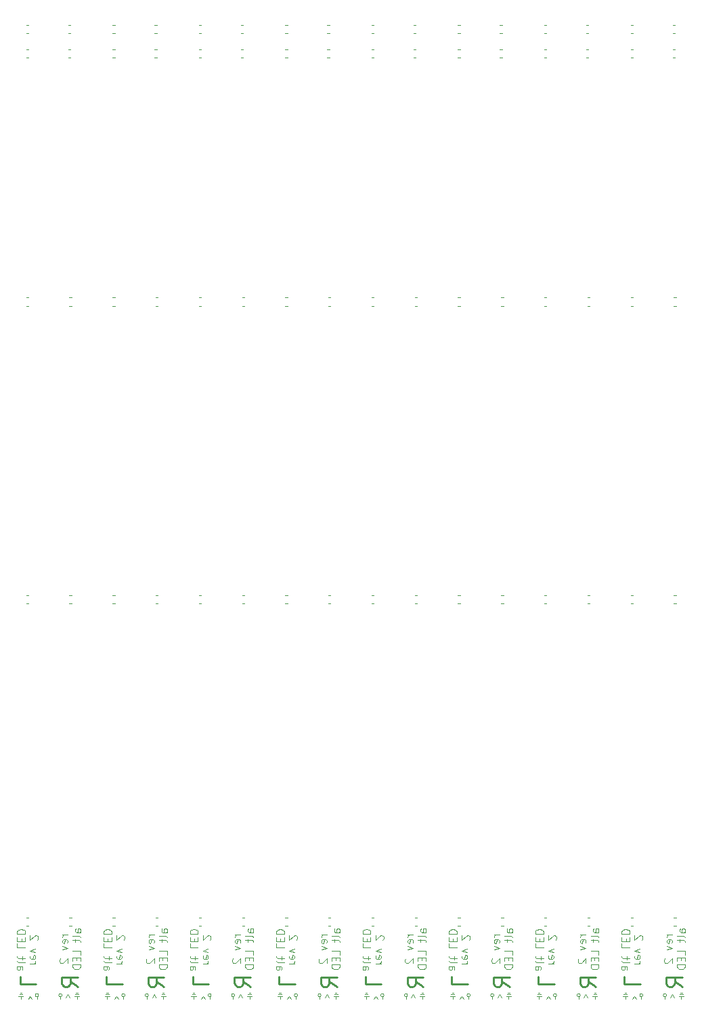
<source format=gbr>
%TF.GenerationSoftware,KiCad,Pcbnew,9.0.3*%
%TF.CreationDate,2025-08-19T12:25:47-04:00*%
%TF.ProjectId,flowstick_led_strip_panel,666c6f77-7374-4696-936b-5f6c65645f73,rev?*%
%TF.SameCoordinates,Original*%
%TF.FileFunction,Legend,Bot*%
%TF.FilePolarity,Positive*%
%FSLAX46Y46*%
G04 Gerber Fmt 4.6, Leading zero omitted, Abs format (unit mm)*
G04 Created by KiCad (PCBNEW 9.0.3) date 2025-08-19 12:25:47*
%MOMM*%
%LPD*%
G01*
G04 APERTURE LIST*
%ADD10C,0.100000*%
%ADD11C,0.250000*%
%ADD12C,0.125000*%
%ADD13C,0.120000*%
G04 APERTURE END LIST*
D10*
X121850000Y-152400000D02*
G75*
G02*
X121450000Y-152400000I-200000J0D01*
G01*
X121450000Y-152400000D02*
G75*
G02*
X121850000Y-152400000I200000J0D01*
G01*
X118700000Y-152900000D02*
X118700000Y-152600000D01*
D11*
X116587761Y-150080952D02*
X116587761Y-151033333D01*
X116587761Y-151033333D02*
X118587761Y-151033333D01*
D10*
X123500000Y-152300000D02*
X123900000Y-152300000D01*
X117600000Y-152900000D02*
X117850000Y-152500000D01*
X121650000Y-152900000D02*
X121650000Y-152600000D01*
X117850000Y-152500000D02*
X118100000Y-152900000D01*
X116500000Y-152300000D02*
X116900000Y-152300000D01*
X116700000Y-152500000D02*
X116700000Y-152900000D01*
X118900000Y-152400000D02*
G75*
G02*
X118500000Y-152400000I-200000J0D01*
G01*
X118500000Y-152400000D02*
G75*
G02*
X118900000Y-152400000I200000J0D01*
G01*
X122550000Y-152300000D02*
X122800000Y-152700000D01*
X123400000Y-152500000D02*
X124000000Y-152500000D01*
X123600000Y-152100000D02*
X123800000Y-152100000D01*
X122300000Y-152700000D02*
X122550000Y-152300000D01*
D12*
X122551147Y-144861904D02*
X121884480Y-144861904D01*
X122074956Y-144861904D02*
X121979718Y-144909523D01*
X121979718Y-144909523D02*
X121932099Y-144957142D01*
X121932099Y-144957142D02*
X121884480Y-145052380D01*
X121884480Y-145052380D02*
X121884480Y-145147618D01*
X122503528Y-145861904D02*
X122551147Y-145766666D01*
X122551147Y-145766666D02*
X122551147Y-145576190D01*
X122551147Y-145576190D02*
X122503528Y-145480952D01*
X122503528Y-145480952D02*
X122408289Y-145433333D01*
X122408289Y-145433333D02*
X122027337Y-145433333D01*
X122027337Y-145433333D02*
X121932099Y-145480952D01*
X121932099Y-145480952D02*
X121884480Y-145576190D01*
X121884480Y-145576190D02*
X121884480Y-145766666D01*
X121884480Y-145766666D02*
X121932099Y-145861904D01*
X121932099Y-145861904D02*
X122027337Y-145909523D01*
X122027337Y-145909523D02*
X122122575Y-145909523D01*
X122122575Y-145909523D02*
X122217813Y-145433333D01*
X121884480Y-146242857D02*
X122551147Y-146480952D01*
X122551147Y-146480952D02*
X121884480Y-146719047D01*
X121646385Y-147814286D02*
X121598766Y-147861905D01*
X121598766Y-147861905D02*
X121551147Y-147957143D01*
X121551147Y-147957143D02*
X121551147Y-148195238D01*
X121551147Y-148195238D02*
X121598766Y-148290476D01*
X121598766Y-148290476D02*
X121646385Y-148338095D01*
X121646385Y-148338095D02*
X121741623Y-148385714D01*
X121741623Y-148385714D02*
X121836861Y-148385714D01*
X121836861Y-148385714D02*
X121979718Y-148338095D01*
X121979718Y-148338095D02*
X122551147Y-147766667D01*
X122551147Y-147766667D02*
X122551147Y-148385714D01*
X124161091Y-144528570D02*
X123637281Y-144528570D01*
X123637281Y-144528570D02*
X123542043Y-144480951D01*
X123542043Y-144480951D02*
X123494424Y-144385713D01*
X123494424Y-144385713D02*
X123494424Y-144195237D01*
X123494424Y-144195237D02*
X123542043Y-144099999D01*
X124113472Y-144528570D02*
X124161091Y-144433332D01*
X124161091Y-144433332D02*
X124161091Y-144195237D01*
X124161091Y-144195237D02*
X124113472Y-144099999D01*
X124113472Y-144099999D02*
X124018233Y-144052380D01*
X124018233Y-144052380D02*
X123922995Y-144052380D01*
X123922995Y-144052380D02*
X123827757Y-144099999D01*
X123827757Y-144099999D02*
X123780138Y-144195237D01*
X123780138Y-144195237D02*
X123780138Y-144433332D01*
X123780138Y-144433332D02*
X123732519Y-144528570D01*
X124161091Y-145147618D02*
X124113472Y-145052380D01*
X124113472Y-145052380D02*
X124018233Y-145004761D01*
X124018233Y-145004761D02*
X123161091Y-145004761D01*
X123494424Y-145385714D02*
X123494424Y-145766666D01*
X123161091Y-145528571D02*
X124018233Y-145528571D01*
X124018233Y-145528571D02*
X124113472Y-145576190D01*
X124113472Y-145576190D02*
X124161091Y-145671428D01*
X124161091Y-145671428D02*
X124161091Y-145766666D01*
X124161091Y-147338095D02*
X124161091Y-146861905D01*
X124161091Y-146861905D02*
X123161091Y-146861905D01*
X123637281Y-147671429D02*
X123637281Y-148004762D01*
X124161091Y-148147619D02*
X124161091Y-147671429D01*
X124161091Y-147671429D02*
X123161091Y-147671429D01*
X123161091Y-147671429D02*
X123161091Y-148147619D01*
X124161091Y-148576191D02*
X123161091Y-148576191D01*
X123161091Y-148576191D02*
X123161091Y-148814286D01*
X123161091Y-148814286D02*
X123208710Y-148957143D01*
X123208710Y-148957143D02*
X123303948Y-149052381D01*
X123303948Y-149052381D02*
X123399186Y-149100000D01*
X123399186Y-149100000D02*
X123589662Y-149147619D01*
X123589662Y-149147619D02*
X123732519Y-149147619D01*
X123732519Y-149147619D02*
X123922995Y-149100000D01*
X123922995Y-149100000D02*
X124018233Y-149052381D01*
X124018233Y-149052381D02*
X124113472Y-148957143D01*
X124113472Y-148957143D02*
X124161091Y-148814286D01*
X124161091Y-148814286D02*
X124161091Y-148576191D01*
D10*
X123700000Y-152500000D02*
X123700000Y-152900000D01*
D12*
X117848852Y-148438095D02*
X118515519Y-148438095D01*
X118325043Y-148438095D02*
X118420281Y-148390476D01*
X118420281Y-148390476D02*
X118467900Y-148342857D01*
X118467900Y-148342857D02*
X118515519Y-148247619D01*
X118515519Y-148247619D02*
X118515519Y-148152381D01*
X117896472Y-147438095D02*
X117848852Y-147533333D01*
X117848852Y-147533333D02*
X117848852Y-147723809D01*
X117848852Y-147723809D02*
X117896472Y-147819047D01*
X117896472Y-147819047D02*
X117991710Y-147866666D01*
X117991710Y-147866666D02*
X118372662Y-147866666D01*
X118372662Y-147866666D02*
X118467900Y-147819047D01*
X118467900Y-147819047D02*
X118515519Y-147723809D01*
X118515519Y-147723809D02*
X118515519Y-147533333D01*
X118515519Y-147533333D02*
X118467900Y-147438095D01*
X118467900Y-147438095D02*
X118372662Y-147390476D01*
X118372662Y-147390476D02*
X118277424Y-147390476D01*
X118277424Y-147390476D02*
X118182186Y-147866666D01*
X118515519Y-147057142D02*
X117848852Y-146819047D01*
X117848852Y-146819047D02*
X118515519Y-146580952D01*
X118753614Y-145485713D02*
X118801233Y-145438094D01*
X118801233Y-145438094D02*
X118848852Y-145342856D01*
X118848852Y-145342856D02*
X118848852Y-145104761D01*
X118848852Y-145104761D02*
X118801233Y-145009523D01*
X118801233Y-145009523D02*
X118753614Y-144961904D01*
X118753614Y-144961904D02*
X118658376Y-144914285D01*
X118658376Y-144914285D02*
X118563138Y-144914285D01*
X118563138Y-144914285D02*
X118420281Y-144961904D01*
X118420281Y-144961904D02*
X117848852Y-145533332D01*
X117848852Y-145533332D02*
X117848852Y-144914285D01*
X116238908Y-148771429D02*
X116762718Y-148771429D01*
X116762718Y-148771429D02*
X116857956Y-148819048D01*
X116857956Y-148819048D02*
X116905575Y-148914286D01*
X116905575Y-148914286D02*
X116905575Y-149104762D01*
X116905575Y-149104762D02*
X116857956Y-149200000D01*
X116286528Y-148771429D02*
X116238908Y-148866667D01*
X116238908Y-148866667D02*
X116238908Y-149104762D01*
X116238908Y-149104762D02*
X116286528Y-149200000D01*
X116286528Y-149200000D02*
X116381766Y-149247619D01*
X116381766Y-149247619D02*
X116477004Y-149247619D01*
X116477004Y-149247619D02*
X116572242Y-149200000D01*
X116572242Y-149200000D02*
X116619861Y-149104762D01*
X116619861Y-149104762D02*
X116619861Y-148866667D01*
X116619861Y-148866667D02*
X116667480Y-148771429D01*
X116238908Y-148152381D02*
X116286528Y-148247619D01*
X116286528Y-148247619D02*
X116381766Y-148295238D01*
X116381766Y-148295238D02*
X117238908Y-148295238D01*
X116905575Y-147914285D02*
X116905575Y-147533333D01*
X117238908Y-147771428D02*
X116381766Y-147771428D01*
X116381766Y-147771428D02*
X116286528Y-147723809D01*
X116286528Y-147723809D02*
X116238908Y-147628571D01*
X116238908Y-147628571D02*
X116238908Y-147533333D01*
X116238908Y-145961904D02*
X116238908Y-146438094D01*
X116238908Y-146438094D02*
X117238908Y-146438094D01*
X116762718Y-145628570D02*
X116762718Y-145295237D01*
X116238908Y-145152380D02*
X116238908Y-145628570D01*
X116238908Y-145628570D02*
X117238908Y-145628570D01*
X117238908Y-145628570D02*
X117238908Y-145152380D01*
X116238908Y-144723808D02*
X117238908Y-144723808D01*
X117238908Y-144723808D02*
X117238908Y-144485713D01*
X117238908Y-144485713D02*
X117191289Y-144342856D01*
X117191289Y-144342856D02*
X117096051Y-144247618D01*
X117096051Y-144247618D02*
X117000813Y-144199999D01*
X117000813Y-144199999D02*
X116810337Y-144152380D01*
X116810337Y-144152380D02*
X116667480Y-144152380D01*
X116667480Y-144152380D02*
X116477004Y-144199999D01*
X116477004Y-144199999D02*
X116381766Y-144247618D01*
X116381766Y-144247618D02*
X116286528Y-144342856D01*
X116286528Y-144342856D02*
X116238908Y-144485713D01*
X116238908Y-144485713D02*
X116238908Y-144723808D01*
D10*
X116400000Y-152500000D02*
X117000000Y-152500000D01*
X116600000Y-152100000D02*
X116800000Y-152100000D01*
D11*
X123812238Y-151319047D02*
X122859857Y-150652380D01*
X123812238Y-150176190D02*
X121812238Y-150176190D01*
X121812238Y-150176190D02*
X121812238Y-150938095D01*
X121812238Y-150938095D02*
X121907476Y-151128571D01*
X121907476Y-151128571D02*
X122002714Y-151223809D01*
X122002714Y-151223809D02*
X122193190Y-151319047D01*
X122193190Y-151319047D02*
X122478904Y-151319047D01*
X122478904Y-151319047D02*
X122669380Y-151223809D01*
X122669380Y-151223809D02*
X122764619Y-151128571D01*
X122764619Y-151128571D02*
X122859857Y-150938095D01*
X122859857Y-150938095D02*
X122859857Y-150176190D01*
D10*
X111050000Y-152400000D02*
G75*
G02*
X110650000Y-152400000I-200000J0D01*
G01*
X110650000Y-152400000D02*
G75*
G02*
X111050000Y-152400000I200000J0D01*
G01*
X107900000Y-152900000D02*
X107900000Y-152600000D01*
D11*
X105787761Y-150080952D02*
X105787761Y-151033333D01*
X105787761Y-151033333D02*
X107787761Y-151033333D01*
D10*
X112700000Y-152300000D02*
X113100000Y-152300000D01*
X106800000Y-152900000D02*
X107050000Y-152500000D01*
X110850000Y-152900000D02*
X110850000Y-152600000D01*
X105700000Y-152300000D02*
X106100000Y-152300000D01*
X105900000Y-152500000D02*
X105900000Y-152900000D01*
X111750000Y-152300000D02*
X112000000Y-152700000D01*
X112600000Y-152500000D02*
X113200000Y-152500000D01*
X112800000Y-152100000D02*
X113000000Y-152100000D01*
X107050000Y-152500000D02*
X107300000Y-152900000D01*
X111500000Y-152700000D02*
X111750000Y-152300000D01*
D12*
X111751147Y-144861904D02*
X111084480Y-144861904D01*
X111274956Y-144861904D02*
X111179718Y-144909523D01*
X111179718Y-144909523D02*
X111132099Y-144957142D01*
X111132099Y-144957142D02*
X111084480Y-145052380D01*
X111084480Y-145052380D02*
X111084480Y-145147618D01*
X111703528Y-145861904D02*
X111751147Y-145766666D01*
X111751147Y-145766666D02*
X111751147Y-145576190D01*
X111751147Y-145576190D02*
X111703528Y-145480952D01*
X111703528Y-145480952D02*
X111608289Y-145433333D01*
X111608289Y-145433333D02*
X111227337Y-145433333D01*
X111227337Y-145433333D02*
X111132099Y-145480952D01*
X111132099Y-145480952D02*
X111084480Y-145576190D01*
X111084480Y-145576190D02*
X111084480Y-145766666D01*
X111084480Y-145766666D02*
X111132099Y-145861904D01*
X111132099Y-145861904D02*
X111227337Y-145909523D01*
X111227337Y-145909523D02*
X111322575Y-145909523D01*
X111322575Y-145909523D02*
X111417813Y-145433333D01*
X111084480Y-146242857D02*
X111751147Y-146480952D01*
X111751147Y-146480952D02*
X111084480Y-146719047D01*
X110846385Y-147814286D02*
X110798766Y-147861905D01*
X110798766Y-147861905D02*
X110751147Y-147957143D01*
X110751147Y-147957143D02*
X110751147Y-148195238D01*
X110751147Y-148195238D02*
X110798766Y-148290476D01*
X110798766Y-148290476D02*
X110846385Y-148338095D01*
X110846385Y-148338095D02*
X110941623Y-148385714D01*
X110941623Y-148385714D02*
X111036861Y-148385714D01*
X111036861Y-148385714D02*
X111179718Y-148338095D01*
X111179718Y-148338095D02*
X111751147Y-147766667D01*
X111751147Y-147766667D02*
X111751147Y-148385714D01*
X113361091Y-144528570D02*
X112837281Y-144528570D01*
X112837281Y-144528570D02*
X112742043Y-144480951D01*
X112742043Y-144480951D02*
X112694424Y-144385713D01*
X112694424Y-144385713D02*
X112694424Y-144195237D01*
X112694424Y-144195237D02*
X112742043Y-144099999D01*
X113313472Y-144528570D02*
X113361091Y-144433332D01*
X113361091Y-144433332D02*
X113361091Y-144195237D01*
X113361091Y-144195237D02*
X113313472Y-144099999D01*
X113313472Y-144099999D02*
X113218233Y-144052380D01*
X113218233Y-144052380D02*
X113122995Y-144052380D01*
X113122995Y-144052380D02*
X113027757Y-144099999D01*
X113027757Y-144099999D02*
X112980138Y-144195237D01*
X112980138Y-144195237D02*
X112980138Y-144433332D01*
X112980138Y-144433332D02*
X112932519Y-144528570D01*
X113361091Y-145147618D02*
X113313472Y-145052380D01*
X113313472Y-145052380D02*
X113218233Y-145004761D01*
X113218233Y-145004761D02*
X112361091Y-145004761D01*
X112694424Y-145385714D02*
X112694424Y-145766666D01*
X112361091Y-145528571D02*
X113218233Y-145528571D01*
X113218233Y-145528571D02*
X113313472Y-145576190D01*
X113313472Y-145576190D02*
X113361091Y-145671428D01*
X113361091Y-145671428D02*
X113361091Y-145766666D01*
X113361091Y-147338095D02*
X113361091Y-146861905D01*
X113361091Y-146861905D02*
X112361091Y-146861905D01*
X112837281Y-147671429D02*
X112837281Y-148004762D01*
X113361091Y-148147619D02*
X113361091Y-147671429D01*
X113361091Y-147671429D02*
X112361091Y-147671429D01*
X112361091Y-147671429D02*
X112361091Y-148147619D01*
X113361091Y-148576191D02*
X112361091Y-148576191D01*
X112361091Y-148576191D02*
X112361091Y-148814286D01*
X112361091Y-148814286D02*
X112408710Y-148957143D01*
X112408710Y-148957143D02*
X112503948Y-149052381D01*
X112503948Y-149052381D02*
X112599186Y-149100000D01*
X112599186Y-149100000D02*
X112789662Y-149147619D01*
X112789662Y-149147619D02*
X112932519Y-149147619D01*
X112932519Y-149147619D02*
X113122995Y-149100000D01*
X113122995Y-149100000D02*
X113218233Y-149052381D01*
X113218233Y-149052381D02*
X113313472Y-148957143D01*
X113313472Y-148957143D02*
X113361091Y-148814286D01*
X113361091Y-148814286D02*
X113361091Y-148576191D01*
D10*
X112900000Y-152500000D02*
X112900000Y-152900000D01*
D12*
X107048852Y-148438095D02*
X107715519Y-148438095D01*
X107525043Y-148438095D02*
X107620281Y-148390476D01*
X107620281Y-148390476D02*
X107667900Y-148342857D01*
X107667900Y-148342857D02*
X107715519Y-148247619D01*
X107715519Y-148247619D02*
X107715519Y-148152381D01*
X107096472Y-147438095D02*
X107048852Y-147533333D01*
X107048852Y-147533333D02*
X107048852Y-147723809D01*
X107048852Y-147723809D02*
X107096472Y-147819047D01*
X107096472Y-147819047D02*
X107191710Y-147866666D01*
X107191710Y-147866666D02*
X107572662Y-147866666D01*
X107572662Y-147866666D02*
X107667900Y-147819047D01*
X107667900Y-147819047D02*
X107715519Y-147723809D01*
X107715519Y-147723809D02*
X107715519Y-147533333D01*
X107715519Y-147533333D02*
X107667900Y-147438095D01*
X107667900Y-147438095D02*
X107572662Y-147390476D01*
X107572662Y-147390476D02*
X107477424Y-147390476D01*
X107477424Y-147390476D02*
X107382186Y-147866666D01*
X107715519Y-147057142D02*
X107048852Y-146819047D01*
X107048852Y-146819047D02*
X107715519Y-146580952D01*
X107953614Y-145485713D02*
X108001233Y-145438094D01*
X108001233Y-145438094D02*
X108048852Y-145342856D01*
X108048852Y-145342856D02*
X108048852Y-145104761D01*
X108048852Y-145104761D02*
X108001233Y-145009523D01*
X108001233Y-145009523D02*
X107953614Y-144961904D01*
X107953614Y-144961904D02*
X107858376Y-144914285D01*
X107858376Y-144914285D02*
X107763138Y-144914285D01*
X107763138Y-144914285D02*
X107620281Y-144961904D01*
X107620281Y-144961904D02*
X107048852Y-145533332D01*
X107048852Y-145533332D02*
X107048852Y-144914285D01*
X105438908Y-148771429D02*
X105962718Y-148771429D01*
X105962718Y-148771429D02*
X106057956Y-148819048D01*
X106057956Y-148819048D02*
X106105575Y-148914286D01*
X106105575Y-148914286D02*
X106105575Y-149104762D01*
X106105575Y-149104762D02*
X106057956Y-149200000D01*
X105486528Y-148771429D02*
X105438908Y-148866667D01*
X105438908Y-148866667D02*
X105438908Y-149104762D01*
X105438908Y-149104762D02*
X105486528Y-149200000D01*
X105486528Y-149200000D02*
X105581766Y-149247619D01*
X105581766Y-149247619D02*
X105677004Y-149247619D01*
X105677004Y-149247619D02*
X105772242Y-149200000D01*
X105772242Y-149200000D02*
X105819861Y-149104762D01*
X105819861Y-149104762D02*
X105819861Y-148866667D01*
X105819861Y-148866667D02*
X105867480Y-148771429D01*
X105438908Y-148152381D02*
X105486528Y-148247619D01*
X105486528Y-148247619D02*
X105581766Y-148295238D01*
X105581766Y-148295238D02*
X106438908Y-148295238D01*
X106105575Y-147914285D02*
X106105575Y-147533333D01*
X106438908Y-147771428D02*
X105581766Y-147771428D01*
X105581766Y-147771428D02*
X105486528Y-147723809D01*
X105486528Y-147723809D02*
X105438908Y-147628571D01*
X105438908Y-147628571D02*
X105438908Y-147533333D01*
X105438908Y-145961904D02*
X105438908Y-146438094D01*
X105438908Y-146438094D02*
X106438908Y-146438094D01*
X105962718Y-145628570D02*
X105962718Y-145295237D01*
X105438908Y-145152380D02*
X105438908Y-145628570D01*
X105438908Y-145628570D02*
X106438908Y-145628570D01*
X106438908Y-145628570D02*
X106438908Y-145152380D01*
X105438908Y-144723808D02*
X106438908Y-144723808D01*
X106438908Y-144723808D02*
X106438908Y-144485713D01*
X106438908Y-144485713D02*
X106391289Y-144342856D01*
X106391289Y-144342856D02*
X106296051Y-144247618D01*
X106296051Y-144247618D02*
X106200813Y-144199999D01*
X106200813Y-144199999D02*
X106010337Y-144152380D01*
X106010337Y-144152380D02*
X105867480Y-144152380D01*
X105867480Y-144152380D02*
X105677004Y-144199999D01*
X105677004Y-144199999D02*
X105581766Y-144247618D01*
X105581766Y-144247618D02*
X105486528Y-144342856D01*
X105486528Y-144342856D02*
X105438908Y-144485713D01*
X105438908Y-144485713D02*
X105438908Y-144723808D01*
D10*
X105600000Y-152500000D02*
X106200000Y-152500000D01*
X108100000Y-152400000D02*
G75*
G02*
X107700000Y-152400000I-200000J0D01*
G01*
X107700000Y-152400000D02*
G75*
G02*
X108100000Y-152400000I200000J0D01*
G01*
X105800000Y-152100000D02*
X106000000Y-152100000D01*
D11*
X113012238Y-151319047D02*
X112059857Y-150652380D01*
X113012238Y-150176190D02*
X111012238Y-150176190D01*
X111012238Y-150176190D02*
X111012238Y-150938095D01*
X111012238Y-150938095D02*
X111107476Y-151128571D01*
X111107476Y-151128571D02*
X111202714Y-151223809D01*
X111202714Y-151223809D02*
X111393190Y-151319047D01*
X111393190Y-151319047D02*
X111678904Y-151319047D01*
X111678904Y-151319047D02*
X111869380Y-151223809D01*
X111869380Y-151223809D02*
X111964619Y-151128571D01*
X111964619Y-151128571D02*
X112059857Y-150938095D01*
X112059857Y-150938095D02*
X112059857Y-150176190D01*
D10*
X100250000Y-152400000D02*
G75*
G02*
X99850000Y-152400000I-200000J0D01*
G01*
X99850000Y-152400000D02*
G75*
G02*
X100250000Y-152400000I200000J0D01*
G01*
X97100000Y-152900000D02*
X97100000Y-152600000D01*
D11*
X94987761Y-150080952D02*
X94987761Y-151033333D01*
X94987761Y-151033333D02*
X96987761Y-151033333D01*
D10*
X100950000Y-152300000D02*
X101200000Y-152700000D01*
X101900000Y-152300000D02*
X102300000Y-152300000D01*
X96000000Y-152900000D02*
X96250000Y-152500000D01*
X100050000Y-152900000D02*
X100050000Y-152600000D01*
X94900000Y-152300000D02*
X95300000Y-152300000D01*
X95100000Y-152500000D02*
X95100000Y-152900000D01*
X101800000Y-152500000D02*
X102400000Y-152500000D01*
X102000000Y-152100000D02*
X102200000Y-152100000D01*
D12*
X100951147Y-144861904D02*
X100284480Y-144861904D01*
X100474956Y-144861904D02*
X100379718Y-144909523D01*
X100379718Y-144909523D02*
X100332099Y-144957142D01*
X100332099Y-144957142D02*
X100284480Y-145052380D01*
X100284480Y-145052380D02*
X100284480Y-145147618D01*
X100903528Y-145861904D02*
X100951147Y-145766666D01*
X100951147Y-145766666D02*
X100951147Y-145576190D01*
X100951147Y-145576190D02*
X100903528Y-145480952D01*
X100903528Y-145480952D02*
X100808289Y-145433333D01*
X100808289Y-145433333D02*
X100427337Y-145433333D01*
X100427337Y-145433333D02*
X100332099Y-145480952D01*
X100332099Y-145480952D02*
X100284480Y-145576190D01*
X100284480Y-145576190D02*
X100284480Y-145766666D01*
X100284480Y-145766666D02*
X100332099Y-145861904D01*
X100332099Y-145861904D02*
X100427337Y-145909523D01*
X100427337Y-145909523D02*
X100522575Y-145909523D01*
X100522575Y-145909523D02*
X100617813Y-145433333D01*
X100284480Y-146242857D02*
X100951147Y-146480952D01*
X100951147Y-146480952D02*
X100284480Y-146719047D01*
X100046385Y-147814286D02*
X99998766Y-147861905D01*
X99998766Y-147861905D02*
X99951147Y-147957143D01*
X99951147Y-147957143D02*
X99951147Y-148195238D01*
X99951147Y-148195238D02*
X99998766Y-148290476D01*
X99998766Y-148290476D02*
X100046385Y-148338095D01*
X100046385Y-148338095D02*
X100141623Y-148385714D01*
X100141623Y-148385714D02*
X100236861Y-148385714D01*
X100236861Y-148385714D02*
X100379718Y-148338095D01*
X100379718Y-148338095D02*
X100951147Y-147766667D01*
X100951147Y-147766667D02*
X100951147Y-148385714D01*
X102561091Y-144528570D02*
X102037281Y-144528570D01*
X102037281Y-144528570D02*
X101942043Y-144480951D01*
X101942043Y-144480951D02*
X101894424Y-144385713D01*
X101894424Y-144385713D02*
X101894424Y-144195237D01*
X101894424Y-144195237D02*
X101942043Y-144099999D01*
X102513472Y-144528570D02*
X102561091Y-144433332D01*
X102561091Y-144433332D02*
X102561091Y-144195237D01*
X102561091Y-144195237D02*
X102513472Y-144099999D01*
X102513472Y-144099999D02*
X102418233Y-144052380D01*
X102418233Y-144052380D02*
X102322995Y-144052380D01*
X102322995Y-144052380D02*
X102227757Y-144099999D01*
X102227757Y-144099999D02*
X102180138Y-144195237D01*
X102180138Y-144195237D02*
X102180138Y-144433332D01*
X102180138Y-144433332D02*
X102132519Y-144528570D01*
X102561091Y-145147618D02*
X102513472Y-145052380D01*
X102513472Y-145052380D02*
X102418233Y-145004761D01*
X102418233Y-145004761D02*
X101561091Y-145004761D01*
X101894424Y-145385714D02*
X101894424Y-145766666D01*
X101561091Y-145528571D02*
X102418233Y-145528571D01*
X102418233Y-145528571D02*
X102513472Y-145576190D01*
X102513472Y-145576190D02*
X102561091Y-145671428D01*
X102561091Y-145671428D02*
X102561091Y-145766666D01*
X102561091Y-147338095D02*
X102561091Y-146861905D01*
X102561091Y-146861905D02*
X101561091Y-146861905D01*
X102037281Y-147671429D02*
X102037281Y-148004762D01*
X102561091Y-148147619D02*
X102561091Y-147671429D01*
X102561091Y-147671429D02*
X101561091Y-147671429D01*
X101561091Y-147671429D02*
X101561091Y-148147619D01*
X102561091Y-148576191D02*
X101561091Y-148576191D01*
X101561091Y-148576191D02*
X101561091Y-148814286D01*
X101561091Y-148814286D02*
X101608710Y-148957143D01*
X101608710Y-148957143D02*
X101703948Y-149052381D01*
X101703948Y-149052381D02*
X101799186Y-149100000D01*
X101799186Y-149100000D02*
X101989662Y-149147619D01*
X101989662Y-149147619D02*
X102132519Y-149147619D01*
X102132519Y-149147619D02*
X102322995Y-149100000D01*
X102322995Y-149100000D02*
X102418233Y-149052381D01*
X102418233Y-149052381D02*
X102513472Y-148957143D01*
X102513472Y-148957143D02*
X102561091Y-148814286D01*
X102561091Y-148814286D02*
X102561091Y-148576191D01*
D10*
X96250000Y-152500000D02*
X96500000Y-152900000D01*
X100700000Y-152700000D02*
X100950000Y-152300000D01*
X94800000Y-152500000D02*
X95400000Y-152500000D01*
X102100000Y-152500000D02*
X102100000Y-152900000D01*
D12*
X96248852Y-148438095D02*
X96915519Y-148438095D01*
X96725043Y-148438095D02*
X96820281Y-148390476D01*
X96820281Y-148390476D02*
X96867900Y-148342857D01*
X96867900Y-148342857D02*
X96915519Y-148247619D01*
X96915519Y-148247619D02*
X96915519Y-148152381D01*
X96296472Y-147438095D02*
X96248852Y-147533333D01*
X96248852Y-147533333D02*
X96248852Y-147723809D01*
X96248852Y-147723809D02*
X96296472Y-147819047D01*
X96296472Y-147819047D02*
X96391710Y-147866666D01*
X96391710Y-147866666D02*
X96772662Y-147866666D01*
X96772662Y-147866666D02*
X96867900Y-147819047D01*
X96867900Y-147819047D02*
X96915519Y-147723809D01*
X96915519Y-147723809D02*
X96915519Y-147533333D01*
X96915519Y-147533333D02*
X96867900Y-147438095D01*
X96867900Y-147438095D02*
X96772662Y-147390476D01*
X96772662Y-147390476D02*
X96677424Y-147390476D01*
X96677424Y-147390476D02*
X96582186Y-147866666D01*
X96915519Y-147057142D02*
X96248852Y-146819047D01*
X96248852Y-146819047D02*
X96915519Y-146580952D01*
X97153614Y-145485713D02*
X97201233Y-145438094D01*
X97201233Y-145438094D02*
X97248852Y-145342856D01*
X97248852Y-145342856D02*
X97248852Y-145104761D01*
X97248852Y-145104761D02*
X97201233Y-145009523D01*
X97201233Y-145009523D02*
X97153614Y-144961904D01*
X97153614Y-144961904D02*
X97058376Y-144914285D01*
X97058376Y-144914285D02*
X96963138Y-144914285D01*
X96963138Y-144914285D02*
X96820281Y-144961904D01*
X96820281Y-144961904D02*
X96248852Y-145533332D01*
X96248852Y-145533332D02*
X96248852Y-144914285D01*
X94638908Y-148771429D02*
X95162718Y-148771429D01*
X95162718Y-148771429D02*
X95257956Y-148819048D01*
X95257956Y-148819048D02*
X95305575Y-148914286D01*
X95305575Y-148914286D02*
X95305575Y-149104762D01*
X95305575Y-149104762D02*
X95257956Y-149200000D01*
X94686528Y-148771429D02*
X94638908Y-148866667D01*
X94638908Y-148866667D02*
X94638908Y-149104762D01*
X94638908Y-149104762D02*
X94686528Y-149200000D01*
X94686528Y-149200000D02*
X94781766Y-149247619D01*
X94781766Y-149247619D02*
X94877004Y-149247619D01*
X94877004Y-149247619D02*
X94972242Y-149200000D01*
X94972242Y-149200000D02*
X95019861Y-149104762D01*
X95019861Y-149104762D02*
X95019861Y-148866667D01*
X95019861Y-148866667D02*
X95067480Y-148771429D01*
X94638908Y-148152381D02*
X94686528Y-148247619D01*
X94686528Y-148247619D02*
X94781766Y-148295238D01*
X94781766Y-148295238D02*
X95638908Y-148295238D01*
X95305575Y-147914285D02*
X95305575Y-147533333D01*
X95638908Y-147771428D02*
X94781766Y-147771428D01*
X94781766Y-147771428D02*
X94686528Y-147723809D01*
X94686528Y-147723809D02*
X94638908Y-147628571D01*
X94638908Y-147628571D02*
X94638908Y-147533333D01*
X94638908Y-145961904D02*
X94638908Y-146438094D01*
X94638908Y-146438094D02*
X95638908Y-146438094D01*
X95162718Y-145628570D02*
X95162718Y-145295237D01*
X94638908Y-145152380D02*
X94638908Y-145628570D01*
X94638908Y-145628570D02*
X95638908Y-145628570D01*
X95638908Y-145628570D02*
X95638908Y-145152380D01*
X94638908Y-144723808D02*
X95638908Y-144723808D01*
X95638908Y-144723808D02*
X95638908Y-144485713D01*
X95638908Y-144485713D02*
X95591289Y-144342856D01*
X95591289Y-144342856D02*
X95496051Y-144247618D01*
X95496051Y-144247618D02*
X95400813Y-144199999D01*
X95400813Y-144199999D02*
X95210337Y-144152380D01*
X95210337Y-144152380D02*
X95067480Y-144152380D01*
X95067480Y-144152380D02*
X94877004Y-144199999D01*
X94877004Y-144199999D02*
X94781766Y-144247618D01*
X94781766Y-144247618D02*
X94686528Y-144342856D01*
X94686528Y-144342856D02*
X94638908Y-144485713D01*
X94638908Y-144485713D02*
X94638908Y-144723808D01*
D10*
X97300000Y-152400000D02*
G75*
G02*
X96900000Y-152400000I-200000J0D01*
G01*
X96900000Y-152400000D02*
G75*
G02*
X97300000Y-152400000I200000J0D01*
G01*
X95000000Y-152100000D02*
X95200000Y-152100000D01*
D11*
X102212238Y-151319047D02*
X101259857Y-150652380D01*
X102212238Y-150176190D02*
X100212238Y-150176190D01*
X100212238Y-150176190D02*
X100212238Y-150938095D01*
X100212238Y-150938095D02*
X100307476Y-151128571D01*
X100307476Y-151128571D02*
X100402714Y-151223809D01*
X100402714Y-151223809D02*
X100593190Y-151319047D01*
X100593190Y-151319047D02*
X100878904Y-151319047D01*
X100878904Y-151319047D02*
X101069380Y-151223809D01*
X101069380Y-151223809D02*
X101164619Y-151128571D01*
X101164619Y-151128571D02*
X101259857Y-150938095D01*
X101259857Y-150938095D02*
X101259857Y-150176190D01*
D10*
X91300000Y-152500000D02*
X91300000Y-152900000D01*
X89450000Y-152400000D02*
G75*
G02*
X89050000Y-152400000I-200000J0D01*
G01*
X89050000Y-152400000D02*
G75*
G02*
X89450000Y-152400000I200000J0D01*
G01*
X86300000Y-152900000D02*
X86300000Y-152600000D01*
X84300000Y-152500000D02*
X84300000Y-152900000D01*
D11*
X84187761Y-150080952D02*
X84187761Y-151033333D01*
X84187761Y-151033333D02*
X86187761Y-151033333D01*
D10*
X91100000Y-152300000D02*
X91500000Y-152300000D01*
X90150000Y-152300000D02*
X90400000Y-152700000D01*
X85200000Y-152900000D02*
X85450000Y-152500000D01*
X89250000Y-152900000D02*
X89250000Y-152600000D01*
X86500000Y-152400000D02*
G75*
G02*
X86100000Y-152400000I-200000J0D01*
G01*
X86100000Y-152400000D02*
G75*
G02*
X86500000Y-152400000I200000J0D01*
G01*
X84100000Y-152300000D02*
X84500000Y-152300000D01*
X91000000Y-152500000D02*
X91600000Y-152500000D01*
X91200000Y-152100000D02*
X91400000Y-152100000D01*
X85450000Y-152500000D02*
X85700000Y-152900000D01*
D12*
X90151147Y-144861904D02*
X89484480Y-144861904D01*
X89674956Y-144861904D02*
X89579718Y-144909523D01*
X89579718Y-144909523D02*
X89532099Y-144957142D01*
X89532099Y-144957142D02*
X89484480Y-145052380D01*
X89484480Y-145052380D02*
X89484480Y-145147618D01*
X90103528Y-145861904D02*
X90151147Y-145766666D01*
X90151147Y-145766666D02*
X90151147Y-145576190D01*
X90151147Y-145576190D02*
X90103528Y-145480952D01*
X90103528Y-145480952D02*
X90008289Y-145433333D01*
X90008289Y-145433333D02*
X89627337Y-145433333D01*
X89627337Y-145433333D02*
X89532099Y-145480952D01*
X89532099Y-145480952D02*
X89484480Y-145576190D01*
X89484480Y-145576190D02*
X89484480Y-145766666D01*
X89484480Y-145766666D02*
X89532099Y-145861904D01*
X89532099Y-145861904D02*
X89627337Y-145909523D01*
X89627337Y-145909523D02*
X89722575Y-145909523D01*
X89722575Y-145909523D02*
X89817813Y-145433333D01*
X89484480Y-146242857D02*
X90151147Y-146480952D01*
X90151147Y-146480952D02*
X89484480Y-146719047D01*
X89246385Y-147814286D02*
X89198766Y-147861905D01*
X89198766Y-147861905D02*
X89151147Y-147957143D01*
X89151147Y-147957143D02*
X89151147Y-148195238D01*
X89151147Y-148195238D02*
X89198766Y-148290476D01*
X89198766Y-148290476D02*
X89246385Y-148338095D01*
X89246385Y-148338095D02*
X89341623Y-148385714D01*
X89341623Y-148385714D02*
X89436861Y-148385714D01*
X89436861Y-148385714D02*
X89579718Y-148338095D01*
X89579718Y-148338095D02*
X90151147Y-147766667D01*
X90151147Y-147766667D02*
X90151147Y-148385714D01*
X91761091Y-144528570D02*
X91237281Y-144528570D01*
X91237281Y-144528570D02*
X91142043Y-144480951D01*
X91142043Y-144480951D02*
X91094424Y-144385713D01*
X91094424Y-144385713D02*
X91094424Y-144195237D01*
X91094424Y-144195237D02*
X91142043Y-144099999D01*
X91713472Y-144528570D02*
X91761091Y-144433332D01*
X91761091Y-144433332D02*
X91761091Y-144195237D01*
X91761091Y-144195237D02*
X91713472Y-144099999D01*
X91713472Y-144099999D02*
X91618233Y-144052380D01*
X91618233Y-144052380D02*
X91522995Y-144052380D01*
X91522995Y-144052380D02*
X91427757Y-144099999D01*
X91427757Y-144099999D02*
X91380138Y-144195237D01*
X91380138Y-144195237D02*
X91380138Y-144433332D01*
X91380138Y-144433332D02*
X91332519Y-144528570D01*
X91761091Y-145147618D02*
X91713472Y-145052380D01*
X91713472Y-145052380D02*
X91618233Y-145004761D01*
X91618233Y-145004761D02*
X90761091Y-145004761D01*
X91094424Y-145385714D02*
X91094424Y-145766666D01*
X90761091Y-145528571D02*
X91618233Y-145528571D01*
X91618233Y-145528571D02*
X91713472Y-145576190D01*
X91713472Y-145576190D02*
X91761091Y-145671428D01*
X91761091Y-145671428D02*
X91761091Y-145766666D01*
X91761091Y-147338095D02*
X91761091Y-146861905D01*
X91761091Y-146861905D02*
X90761091Y-146861905D01*
X91237281Y-147671429D02*
X91237281Y-148004762D01*
X91761091Y-148147619D02*
X91761091Y-147671429D01*
X91761091Y-147671429D02*
X90761091Y-147671429D01*
X90761091Y-147671429D02*
X90761091Y-148147619D01*
X91761091Y-148576191D02*
X90761091Y-148576191D01*
X90761091Y-148576191D02*
X90761091Y-148814286D01*
X90761091Y-148814286D02*
X90808710Y-148957143D01*
X90808710Y-148957143D02*
X90903948Y-149052381D01*
X90903948Y-149052381D02*
X90999186Y-149100000D01*
X90999186Y-149100000D02*
X91189662Y-149147619D01*
X91189662Y-149147619D02*
X91332519Y-149147619D01*
X91332519Y-149147619D02*
X91522995Y-149100000D01*
X91522995Y-149100000D02*
X91618233Y-149052381D01*
X91618233Y-149052381D02*
X91713472Y-148957143D01*
X91713472Y-148957143D02*
X91761091Y-148814286D01*
X91761091Y-148814286D02*
X91761091Y-148576191D01*
D10*
X89900000Y-152700000D02*
X90150000Y-152300000D01*
D12*
X85448852Y-148438095D02*
X86115519Y-148438095D01*
X85925043Y-148438095D02*
X86020281Y-148390476D01*
X86020281Y-148390476D02*
X86067900Y-148342857D01*
X86067900Y-148342857D02*
X86115519Y-148247619D01*
X86115519Y-148247619D02*
X86115519Y-148152381D01*
X85496472Y-147438095D02*
X85448852Y-147533333D01*
X85448852Y-147533333D02*
X85448852Y-147723809D01*
X85448852Y-147723809D02*
X85496472Y-147819047D01*
X85496472Y-147819047D02*
X85591710Y-147866666D01*
X85591710Y-147866666D02*
X85972662Y-147866666D01*
X85972662Y-147866666D02*
X86067900Y-147819047D01*
X86067900Y-147819047D02*
X86115519Y-147723809D01*
X86115519Y-147723809D02*
X86115519Y-147533333D01*
X86115519Y-147533333D02*
X86067900Y-147438095D01*
X86067900Y-147438095D02*
X85972662Y-147390476D01*
X85972662Y-147390476D02*
X85877424Y-147390476D01*
X85877424Y-147390476D02*
X85782186Y-147866666D01*
X86115519Y-147057142D02*
X85448852Y-146819047D01*
X85448852Y-146819047D02*
X86115519Y-146580952D01*
X86353614Y-145485713D02*
X86401233Y-145438094D01*
X86401233Y-145438094D02*
X86448852Y-145342856D01*
X86448852Y-145342856D02*
X86448852Y-145104761D01*
X86448852Y-145104761D02*
X86401233Y-145009523D01*
X86401233Y-145009523D02*
X86353614Y-144961904D01*
X86353614Y-144961904D02*
X86258376Y-144914285D01*
X86258376Y-144914285D02*
X86163138Y-144914285D01*
X86163138Y-144914285D02*
X86020281Y-144961904D01*
X86020281Y-144961904D02*
X85448852Y-145533332D01*
X85448852Y-145533332D02*
X85448852Y-144914285D01*
X83838908Y-148771429D02*
X84362718Y-148771429D01*
X84362718Y-148771429D02*
X84457956Y-148819048D01*
X84457956Y-148819048D02*
X84505575Y-148914286D01*
X84505575Y-148914286D02*
X84505575Y-149104762D01*
X84505575Y-149104762D02*
X84457956Y-149200000D01*
X83886528Y-148771429D02*
X83838908Y-148866667D01*
X83838908Y-148866667D02*
X83838908Y-149104762D01*
X83838908Y-149104762D02*
X83886528Y-149200000D01*
X83886528Y-149200000D02*
X83981766Y-149247619D01*
X83981766Y-149247619D02*
X84077004Y-149247619D01*
X84077004Y-149247619D02*
X84172242Y-149200000D01*
X84172242Y-149200000D02*
X84219861Y-149104762D01*
X84219861Y-149104762D02*
X84219861Y-148866667D01*
X84219861Y-148866667D02*
X84267480Y-148771429D01*
X83838908Y-148152381D02*
X83886528Y-148247619D01*
X83886528Y-148247619D02*
X83981766Y-148295238D01*
X83981766Y-148295238D02*
X84838908Y-148295238D01*
X84505575Y-147914285D02*
X84505575Y-147533333D01*
X84838908Y-147771428D02*
X83981766Y-147771428D01*
X83981766Y-147771428D02*
X83886528Y-147723809D01*
X83886528Y-147723809D02*
X83838908Y-147628571D01*
X83838908Y-147628571D02*
X83838908Y-147533333D01*
X83838908Y-145961904D02*
X83838908Y-146438094D01*
X83838908Y-146438094D02*
X84838908Y-146438094D01*
X84362718Y-145628570D02*
X84362718Y-145295237D01*
X83838908Y-145152380D02*
X83838908Y-145628570D01*
X83838908Y-145628570D02*
X84838908Y-145628570D01*
X84838908Y-145628570D02*
X84838908Y-145152380D01*
X83838908Y-144723808D02*
X84838908Y-144723808D01*
X84838908Y-144723808D02*
X84838908Y-144485713D01*
X84838908Y-144485713D02*
X84791289Y-144342856D01*
X84791289Y-144342856D02*
X84696051Y-144247618D01*
X84696051Y-144247618D02*
X84600813Y-144199999D01*
X84600813Y-144199999D02*
X84410337Y-144152380D01*
X84410337Y-144152380D02*
X84267480Y-144152380D01*
X84267480Y-144152380D02*
X84077004Y-144199999D01*
X84077004Y-144199999D02*
X83981766Y-144247618D01*
X83981766Y-144247618D02*
X83886528Y-144342856D01*
X83886528Y-144342856D02*
X83838908Y-144485713D01*
X83838908Y-144485713D02*
X83838908Y-144723808D01*
D10*
X84000000Y-152500000D02*
X84600000Y-152500000D01*
X84200000Y-152100000D02*
X84400000Y-152100000D01*
D11*
X91412238Y-151319047D02*
X90459857Y-150652380D01*
X91412238Y-150176190D02*
X89412238Y-150176190D01*
X89412238Y-150176190D02*
X89412238Y-150938095D01*
X89412238Y-150938095D02*
X89507476Y-151128571D01*
X89507476Y-151128571D02*
X89602714Y-151223809D01*
X89602714Y-151223809D02*
X89793190Y-151319047D01*
X89793190Y-151319047D02*
X90078904Y-151319047D01*
X90078904Y-151319047D02*
X90269380Y-151223809D01*
X90269380Y-151223809D02*
X90364619Y-151128571D01*
X90364619Y-151128571D02*
X90459857Y-150938095D01*
X90459857Y-150938095D02*
X90459857Y-150176190D01*
D10*
X78650000Y-152400000D02*
G75*
G02*
X78250000Y-152400000I-200000J0D01*
G01*
X78250000Y-152400000D02*
G75*
G02*
X78650000Y-152400000I200000J0D01*
G01*
X75500000Y-152900000D02*
X75500000Y-152600000D01*
D11*
X73387761Y-150080952D02*
X73387761Y-151033333D01*
X73387761Y-151033333D02*
X75387761Y-151033333D01*
D10*
X80300000Y-152300000D02*
X80700000Y-152300000D01*
X74400000Y-152900000D02*
X74650000Y-152500000D01*
X78450000Y-152900000D02*
X78450000Y-152600000D01*
X74650000Y-152500000D02*
X74900000Y-152900000D01*
X73300000Y-152300000D02*
X73700000Y-152300000D01*
X73500000Y-152500000D02*
X73500000Y-152900000D01*
X79350000Y-152300000D02*
X79600000Y-152700000D01*
X80200000Y-152500000D02*
X80800000Y-152500000D01*
X80400000Y-152100000D02*
X80600000Y-152100000D01*
D12*
X79351147Y-144861904D02*
X78684480Y-144861904D01*
X78874956Y-144861904D02*
X78779718Y-144909523D01*
X78779718Y-144909523D02*
X78732099Y-144957142D01*
X78732099Y-144957142D02*
X78684480Y-145052380D01*
X78684480Y-145052380D02*
X78684480Y-145147618D01*
X79303528Y-145861904D02*
X79351147Y-145766666D01*
X79351147Y-145766666D02*
X79351147Y-145576190D01*
X79351147Y-145576190D02*
X79303528Y-145480952D01*
X79303528Y-145480952D02*
X79208289Y-145433333D01*
X79208289Y-145433333D02*
X78827337Y-145433333D01*
X78827337Y-145433333D02*
X78732099Y-145480952D01*
X78732099Y-145480952D02*
X78684480Y-145576190D01*
X78684480Y-145576190D02*
X78684480Y-145766666D01*
X78684480Y-145766666D02*
X78732099Y-145861904D01*
X78732099Y-145861904D02*
X78827337Y-145909523D01*
X78827337Y-145909523D02*
X78922575Y-145909523D01*
X78922575Y-145909523D02*
X79017813Y-145433333D01*
X78684480Y-146242857D02*
X79351147Y-146480952D01*
X79351147Y-146480952D02*
X78684480Y-146719047D01*
X78446385Y-147814286D02*
X78398766Y-147861905D01*
X78398766Y-147861905D02*
X78351147Y-147957143D01*
X78351147Y-147957143D02*
X78351147Y-148195238D01*
X78351147Y-148195238D02*
X78398766Y-148290476D01*
X78398766Y-148290476D02*
X78446385Y-148338095D01*
X78446385Y-148338095D02*
X78541623Y-148385714D01*
X78541623Y-148385714D02*
X78636861Y-148385714D01*
X78636861Y-148385714D02*
X78779718Y-148338095D01*
X78779718Y-148338095D02*
X79351147Y-147766667D01*
X79351147Y-147766667D02*
X79351147Y-148385714D01*
X80961091Y-144528570D02*
X80437281Y-144528570D01*
X80437281Y-144528570D02*
X80342043Y-144480951D01*
X80342043Y-144480951D02*
X80294424Y-144385713D01*
X80294424Y-144385713D02*
X80294424Y-144195237D01*
X80294424Y-144195237D02*
X80342043Y-144099999D01*
X80913472Y-144528570D02*
X80961091Y-144433332D01*
X80961091Y-144433332D02*
X80961091Y-144195237D01*
X80961091Y-144195237D02*
X80913472Y-144099999D01*
X80913472Y-144099999D02*
X80818233Y-144052380D01*
X80818233Y-144052380D02*
X80722995Y-144052380D01*
X80722995Y-144052380D02*
X80627757Y-144099999D01*
X80627757Y-144099999D02*
X80580138Y-144195237D01*
X80580138Y-144195237D02*
X80580138Y-144433332D01*
X80580138Y-144433332D02*
X80532519Y-144528570D01*
X80961091Y-145147618D02*
X80913472Y-145052380D01*
X80913472Y-145052380D02*
X80818233Y-145004761D01*
X80818233Y-145004761D02*
X79961091Y-145004761D01*
X80294424Y-145385714D02*
X80294424Y-145766666D01*
X79961091Y-145528571D02*
X80818233Y-145528571D01*
X80818233Y-145528571D02*
X80913472Y-145576190D01*
X80913472Y-145576190D02*
X80961091Y-145671428D01*
X80961091Y-145671428D02*
X80961091Y-145766666D01*
X80961091Y-147338095D02*
X80961091Y-146861905D01*
X80961091Y-146861905D02*
X79961091Y-146861905D01*
X80437281Y-147671429D02*
X80437281Y-148004762D01*
X80961091Y-148147619D02*
X80961091Y-147671429D01*
X80961091Y-147671429D02*
X79961091Y-147671429D01*
X79961091Y-147671429D02*
X79961091Y-148147619D01*
X80961091Y-148576191D02*
X79961091Y-148576191D01*
X79961091Y-148576191D02*
X79961091Y-148814286D01*
X79961091Y-148814286D02*
X80008710Y-148957143D01*
X80008710Y-148957143D02*
X80103948Y-149052381D01*
X80103948Y-149052381D02*
X80199186Y-149100000D01*
X80199186Y-149100000D02*
X80389662Y-149147619D01*
X80389662Y-149147619D02*
X80532519Y-149147619D01*
X80532519Y-149147619D02*
X80722995Y-149100000D01*
X80722995Y-149100000D02*
X80818233Y-149052381D01*
X80818233Y-149052381D02*
X80913472Y-148957143D01*
X80913472Y-148957143D02*
X80961091Y-148814286D01*
X80961091Y-148814286D02*
X80961091Y-148576191D01*
D10*
X79100000Y-152700000D02*
X79350000Y-152300000D01*
X80500000Y-152500000D02*
X80500000Y-152900000D01*
D12*
X74648852Y-148438095D02*
X75315519Y-148438095D01*
X75125043Y-148438095D02*
X75220281Y-148390476D01*
X75220281Y-148390476D02*
X75267900Y-148342857D01*
X75267900Y-148342857D02*
X75315519Y-148247619D01*
X75315519Y-148247619D02*
X75315519Y-148152381D01*
X74696472Y-147438095D02*
X74648852Y-147533333D01*
X74648852Y-147533333D02*
X74648852Y-147723809D01*
X74648852Y-147723809D02*
X74696472Y-147819047D01*
X74696472Y-147819047D02*
X74791710Y-147866666D01*
X74791710Y-147866666D02*
X75172662Y-147866666D01*
X75172662Y-147866666D02*
X75267900Y-147819047D01*
X75267900Y-147819047D02*
X75315519Y-147723809D01*
X75315519Y-147723809D02*
X75315519Y-147533333D01*
X75315519Y-147533333D02*
X75267900Y-147438095D01*
X75267900Y-147438095D02*
X75172662Y-147390476D01*
X75172662Y-147390476D02*
X75077424Y-147390476D01*
X75077424Y-147390476D02*
X74982186Y-147866666D01*
X75315519Y-147057142D02*
X74648852Y-146819047D01*
X74648852Y-146819047D02*
X75315519Y-146580952D01*
X75553614Y-145485713D02*
X75601233Y-145438094D01*
X75601233Y-145438094D02*
X75648852Y-145342856D01*
X75648852Y-145342856D02*
X75648852Y-145104761D01*
X75648852Y-145104761D02*
X75601233Y-145009523D01*
X75601233Y-145009523D02*
X75553614Y-144961904D01*
X75553614Y-144961904D02*
X75458376Y-144914285D01*
X75458376Y-144914285D02*
X75363138Y-144914285D01*
X75363138Y-144914285D02*
X75220281Y-144961904D01*
X75220281Y-144961904D02*
X74648852Y-145533332D01*
X74648852Y-145533332D02*
X74648852Y-144914285D01*
X73038908Y-148771429D02*
X73562718Y-148771429D01*
X73562718Y-148771429D02*
X73657956Y-148819048D01*
X73657956Y-148819048D02*
X73705575Y-148914286D01*
X73705575Y-148914286D02*
X73705575Y-149104762D01*
X73705575Y-149104762D02*
X73657956Y-149200000D01*
X73086528Y-148771429D02*
X73038908Y-148866667D01*
X73038908Y-148866667D02*
X73038908Y-149104762D01*
X73038908Y-149104762D02*
X73086528Y-149200000D01*
X73086528Y-149200000D02*
X73181766Y-149247619D01*
X73181766Y-149247619D02*
X73277004Y-149247619D01*
X73277004Y-149247619D02*
X73372242Y-149200000D01*
X73372242Y-149200000D02*
X73419861Y-149104762D01*
X73419861Y-149104762D02*
X73419861Y-148866667D01*
X73419861Y-148866667D02*
X73467480Y-148771429D01*
X73038908Y-148152381D02*
X73086528Y-148247619D01*
X73086528Y-148247619D02*
X73181766Y-148295238D01*
X73181766Y-148295238D02*
X74038908Y-148295238D01*
X73705575Y-147914285D02*
X73705575Y-147533333D01*
X74038908Y-147771428D02*
X73181766Y-147771428D01*
X73181766Y-147771428D02*
X73086528Y-147723809D01*
X73086528Y-147723809D02*
X73038908Y-147628571D01*
X73038908Y-147628571D02*
X73038908Y-147533333D01*
X73038908Y-145961904D02*
X73038908Y-146438094D01*
X73038908Y-146438094D02*
X74038908Y-146438094D01*
X73562718Y-145628570D02*
X73562718Y-145295237D01*
X73038908Y-145152380D02*
X73038908Y-145628570D01*
X73038908Y-145628570D02*
X74038908Y-145628570D01*
X74038908Y-145628570D02*
X74038908Y-145152380D01*
X73038908Y-144723808D02*
X74038908Y-144723808D01*
X74038908Y-144723808D02*
X74038908Y-144485713D01*
X74038908Y-144485713D02*
X73991289Y-144342856D01*
X73991289Y-144342856D02*
X73896051Y-144247618D01*
X73896051Y-144247618D02*
X73800813Y-144199999D01*
X73800813Y-144199999D02*
X73610337Y-144152380D01*
X73610337Y-144152380D02*
X73467480Y-144152380D01*
X73467480Y-144152380D02*
X73277004Y-144199999D01*
X73277004Y-144199999D02*
X73181766Y-144247618D01*
X73181766Y-144247618D02*
X73086528Y-144342856D01*
X73086528Y-144342856D02*
X73038908Y-144485713D01*
X73038908Y-144485713D02*
X73038908Y-144723808D01*
D10*
X73200000Y-152500000D02*
X73800000Y-152500000D01*
X75700000Y-152400000D02*
G75*
G02*
X75300000Y-152400000I-200000J0D01*
G01*
X75300000Y-152400000D02*
G75*
G02*
X75700000Y-152400000I200000J0D01*
G01*
X73400000Y-152100000D02*
X73600000Y-152100000D01*
D11*
X80612238Y-151319047D02*
X79659857Y-150652380D01*
X80612238Y-150176190D02*
X78612238Y-150176190D01*
X78612238Y-150176190D02*
X78612238Y-150938095D01*
X78612238Y-150938095D02*
X78707476Y-151128571D01*
X78707476Y-151128571D02*
X78802714Y-151223809D01*
X78802714Y-151223809D02*
X78993190Y-151319047D01*
X78993190Y-151319047D02*
X79278904Y-151319047D01*
X79278904Y-151319047D02*
X79469380Y-151223809D01*
X79469380Y-151223809D02*
X79564619Y-151128571D01*
X79564619Y-151128571D02*
X79659857Y-150938095D01*
X79659857Y-150938095D02*
X79659857Y-150176190D01*
D10*
X67850000Y-152400000D02*
G75*
G02*
X67450000Y-152400000I-200000J0D01*
G01*
X67450000Y-152400000D02*
G75*
G02*
X67850000Y-152400000I200000J0D01*
G01*
D12*
X68551147Y-144861904D02*
X67884480Y-144861904D01*
X68074956Y-144861904D02*
X67979718Y-144909523D01*
X67979718Y-144909523D02*
X67932099Y-144957142D01*
X67932099Y-144957142D02*
X67884480Y-145052380D01*
X67884480Y-145052380D02*
X67884480Y-145147618D01*
X68503528Y-145861904D02*
X68551147Y-145766666D01*
X68551147Y-145766666D02*
X68551147Y-145576190D01*
X68551147Y-145576190D02*
X68503528Y-145480952D01*
X68503528Y-145480952D02*
X68408289Y-145433333D01*
X68408289Y-145433333D02*
X68027337Y-145433333D01*
X68027337Y-145433333D02*
X67932099Y-145480952D01*
X67932099Y-145480952D02*
X67884480Y-145576190D01*
X67884480Y-145576190D02*
X67884480Y-145766666D01*
X67884480Y-145766666D02*
X67932099Y-145861904D01*
X67932099Y-145861904D02*
X68027337Y-145909523D01*
X68027337Y-145909523D02*
X68122575Y-145909523D01*
X68122575Y-145909523D02*
X68217813Y-145433333D01*
X67884480Y-146242857D02*
X68551147Y-146480952D01*
X68551147Y-146480952D02*
X67884480Y-146719047D01*
X67646385Y-147814286D02*
X67598766Y-147861905D01*
X67598766Y-147861905D02*
X67551147Y-147957143D01*
X67551147Y-147957143D02*
X67551147Y-148195238D01*
X67551147Y-148195238D02*
X67598766Y-148290476D01*
X67598766Y-148290476D02*
X67646385Y-148338095D01*
X67646385Y-148338095D02*
X67741623Y-148385714D01*
X67741623Y-148385714D02*
X67836861Y-148385714D01*
X67836861Y-148385714D02*
X67979718Y-148338095D01*
X67979718Y-148338095D02*
X68551147Y-147766667D01*
X68551147Y-147766667D02*
X68551147Y-148385714D01*
X70161091Y-144528570D02*
X69637281Y-144528570D01*
X69637281Y-144528570D02*
X69542043Y-144480951D01*
X69542043Y-144480951D02*
X69494424Y-144385713D01*
X69494424Y-144385713D02*
X69494424Y-144195237D01*
X69494424Y-144195237D02*
X69542043Y-144099999D01*
X70113472Y-144528570D02*
X70161091Y-144433332D01*
X70161091Y-144433332D02*
X70161091Y-144195237D01*
X70161091Y-144195237D02*
X70113472Y-144099999D01*
X70113472Y-144099999D02*
X70018233Y-144052380D01*
X70018233Y-144052380D02*
X69922995Y-144052380D01*
X69922995Y-144052380D02*
X69827757Y-144099999D01*
X69827757Y-144099999D02*
X69780138Y-144195237D01*
X69780138Y-144195237D02*
X69780138Y-144433332D01*
X69780138Y-144433332D02*
X69732519Y-144528570D01*
X70161091Y-145147618D02*
X70113472Y-145052380D01*
X70113472Y-145052380D02*
X70018233Y-145004761D01*
X70018233Y-145004761D02*
X69161091Y-145004761D01*
X69494424Y-145385714D02*
X69494424Y-145766666D01*
X69161091Y-145528571D02*
X70018233Y-145528571D01*
X70018233Y-145528571D02*
X70113472Y-145576190D01*
X70113472Y-145576190D02*
X70161091Y-145671428D01*
X70161091Y-145671428D02*
X70161091Y-145766666D01*
X70161091Y-147338095D02*
X70161091Y-146861905D01*
X70161091Y-146861905D02*
X69161091Y-146861905D01*
X69637281Y-147671429D02*
X69637281Y-148004762D01*
X70161091Y-148147619D02*
X70161091Y-147671429D01*
X70161091Y-147671429D02*
X69161091Y-147671429D01*
X69161091Y-147671429D02*
X69161091Y-148147619D01*
X70161091Y-148576191D02*
X69161091Y-148576191D01*
X69161091Y-148576191D02*
X69161091Y-148814286D01*
X69161091Y-148814286D02*
X69208710Y-148957143D01*
X69208710Y-148957143D02*
X69303948Y-149052381D01*
X69303948Y-149052381D02*
X69399186Y-149100000D01*
X69399186Y-149100000D02*
X69589662Y-149147619D01*
X69589662Y-149147619D02*
X69732519Y-149147619D01*
X69732519Y-149147619D02*
X69922995Y-149100000D01*
X69922995Y-149100000D02*
X70018233Y-149052381D01*
X70018233Y-149052381D02*
X70113472Y-148957143D01*
X70113472Y-148957143D02*
X70161091Y-148814286D01*
X70161091Y-148814286D02*
X70161091Y-148576191D01*
D10*
X64700000Y-152900000D02*
X64700000Y-152600000D01*
D11*
X62587761Y-150080952D02*
X62587761Y-151033333D01*
X62587761Y-151033333D02*
X64587761Y-151033333D01*
D10*
X69500000Y-152300000D02*
X69900000Y-152300000D01*
X63600000Y-152900000D02*
X63850000Y-152500000D01*
X67650000Y-152900000D02*
X67650000Y-152600000D01*
X62500000Y-152300000D02*
X62900000Y-152300000D01*
X62700000Y-152500000D02*
X62700000Y-152900000D01*
X69600000Y-152100000D02*
X69800000Y-152100000D01*
X68550000Y-152300000D02*
X68800000Y-152700000D01*
X69400000Y-152500000D02*
X70000000Y-152500000D01*
X63850000Y-152500000D02*
X64100000Y-152900000D01*
X68300000Y-152700000D02*
X68550000Y-152300000D01*
X69700000Y-152500000D02*
X69700000Y-152900000D01*
D11*
X69812238Y-151319047D02*
X68859857Y-150652380D01*
X69812238Y-150176190D02*
X67812238Y-150176190D01*
X67812238Y-150176190D02*
X67812238Y-150938095D01*
X67812238Y-150938095D02*
X67907476Y-151128571D01*
X67907476Y-151128571D02*
X68002714Y-151223809D01*
X68002714Y-151223809D02*
X68193190Y-151319047D01*
X68193190Y-151319047D02*
X68478904Y-151319047D01*
X68478904Y-151319047D02*
X68669380Y-151223809D01*
X68669380Y-151223809D02*
X68764619Y-151128571D01*
X68764619Y-151128571D02*
X68859857Y-150938095D01*
X68859857Y-150938095D02*
X68859857Y-150176190D01*
D12*
X63848852Y-148438095D02*
X64515519Y-148438095D01*
X64325043Y-148438095D02*
X64420281Y-148390476D01*
X64420281Y-148390476D02*
X64467900Y-148342857D01*
X64467900Y-148342857D02*
X64515519Y-148247619D01*
X64515519Y-148247619D02*
X64515519Y-148152381D01*
X63896472Y-147438095D02*
X63848852Y-147533333D01*
X63848852Y-147533333D02*
X63848852Y-147723809D01*
X63848852Y-147723809D02*
X63896472Y-147819047D01*
X63896472Y-147819047D02*
X63991710Y-147866666D01*
X63991710Y-147866666D02*
X64372662Y-147866666D01*
X64372662Y-147866666D02*
X64467900Y-147819047D01*
X64467900Y-147819047D02*
X64515519Y-147723809D01*
X64515519Y-147723809D02*
X64515519Y-147533333D01*
X64515519Y-147533333D02*
X64467900Y-147438095D01*
X64467900Y-147438095D02*
X64372662Y-147390476D01*
X64372662Y-147390476D02*
X64277424Y-147390476D01*
X64277424Y-147390476D02*
X64182186Y-147866666D01*
X64515519Y-147057142D02*
X63848852Y-146819047D01*
X63848852Y-146819047D02*
X64515519Y-146580952D01*
X64753614Y-145485713D02*
X64801233Y-145438094D01*
X64801233Y-145438094D02*
X64848852Y-145342856D01*
X64848852Y-145342856D02*
X64848852Y-145104761D01*
X64848852Y-145104761D02*
X64801233Y-145009523D01*
X64801233Y-145009523D02*
X64753614Y-144961904D01*
X64753614Y-144961904D02*
X64658376Y-144914285D01*
X64658376Y-144914285D02*
X64563138Y-144914285D01*
X64563138Y-144914285D02*
X64420281Y-144961904D01*
X64420281Y-144961904D02*
X63848852Y-145533332D01*
X63848852Y-145533332D02*
X63848852Y-144914285D01*
X62238908Y-148771429D02*
X62762718Y-148771429D01*
X62762718Y-148771429D02*
X62857956Y-148819048D01*
X62857956Y-148819048D02*
X62905575Y-148914286D01*
X62905575Y-148914286D02*
X62905575Y-149104762D01*
X62905575Y-149104762D02*
X62857956Y-149200000D01*
X62286528Y-148771429D02*
X62238908Y-148866667D01*
X62238908Y-148866667D02*
X62238908Y-149104762D01*
X62238908Y-149104762D02*
X62286528Y-149200000D01*
X62286528Y-149200000D02*
X62381766Y-149247619D01*
X62381766Y-149247619D02*
X62477004Y-149247619D01*
X62477004Y-149247619D02*
X62572242Y-149200000D01*
X62572242Y-149200000D02*
X62619861Y-149104762D01*
X62619861Y-149104762D02*
X62619861Y-148866667D01*
X62619861Y-148866667D02*
X62667480Y-148771429D01*
X62238908Y-148152381D02*
X62286528Y-148247619D01*
X62286528Y-148247619D02*
X62381766Y-148295238D01*
X62381766Y-148295238D02*
X63238908Y-148295238D01*
X62905575Y-147914285D02*
X62905575Y-147533333D01*
X63238908Y-147771428D02*
X62381766Y-147771428D01*
X62381766Y-147771428D02*
X62286528Y-147723809D01*
X62286528Y-147723809D02*
X62238908Y-147628571D01*
X62238908Y-147628571D02*
X62238908Y-147533333D01*
X62238908Y-145961904D02*
X62238908Y-146438094D01*
X62238908Y-146438094D02*
X63238908Y-146438094D01*
X62762718Y-145628570D02*
X62762718Y-145295237D01*
X62238908Y-145152380D02*
X62238908Y-145628570D01*
X62238908Y-145628570D02*
X63238908Y-145628570D01*
X63238908Y-145628570D02*
X63238908Y-145152380D01*
X62238908Y-144723808D02*
X63238908Y-144723808D01*
X63238908Y-144723808D02*
X63238908Y-144485713D01*
X63238908Y-144485713D02*
X63191289Y-144342856D01*
X63191289Y-144342856D02*
X63096051Y-144247618D01*
X63096051Y-144247618D02*
X63000813Y-144199999D01*
X63000813Y-144199999D02*
X62810337Y-144152380D01*
X62810337Y-144152380D02*
X62667480Y-144152380D01*
X62667480Y-144152380D02*
X62477004Y-144199999D01*
X62477004Y-144199999D02*
X62381766Y-144247618D01*
X62381766Y-144247618D02*
X62286528Y-144342856D01*
X62286528Y-144342856D02*
X62238908Y-144485713D01*
X62238908Y-144485713D02*
X62238908Y-144723808D01*
D10*
X62400000Y-152500000D02*
X63000000Y-152500000D01*
X64900000Y-152400000D02*
G75*
G02*
X64500000Y-152400000I-200000J0D01*
G01*
X64500000Y-152400000D02*
G75*
G02*
X64900000Y-152400000I200000J0D01*
G01*
X62600000Y-152100000D02*
X62800000Y-152100000D01*
X57050000Y-152400000D02*
G75*
G02*
X56650000Y-152400000I-200000J0D01*
G01*
X56650000Y-152400000D02*
G75*
G02*
X57050000Y-152400000I200000J0D01*
G01*
X53900000Y-152900000D02*
X53900000Y-152600000D01*
D11*
X51787761Y-150080952D02*
X51787761Y-151033333D01*
X51787761Y-151033333D02*
X53787761Y-151033333D01*
D10*
X58700000Y-152300000D02*
X59100000Y-152300000D01*
X52800000Y-152900000D02*
X53050000Y-152500000D01*
X56850000Y-152900000D02*
X56850000Y-152600000D01*
X57500000Y-152700000D02*
X57750000Y-152300000D01*
X51700000Y-152300000D02*
X52100000Y-152300000D01*
X51900000Y-152500000D02*
X51900000Y-152900000D01*
X54100000Y-152400000D02*
G75*
G02*
X53700000Y-152400000I-200000J0D01*
G01*
X53700000Y-152400000D02*
G75*
G02*
X54100000Y-152400000I200000J0D01*
G01*
X57750000Y-152300000D02*
X58000000Y-152700000D01*
X58600000Y-152500000D02*
X59200000Y-152500000D01*
X58800000Y-152100000D02*
X59000000Y-152100000D01*
X53050000Y-152500000D02*
X53300000Y-152900000D01*
D12*
X57751147Y-144861904D02*
X57084480Y-144861904D01*
X57274956Y-144861904D02*
X57179718Y-144909523D01*
X57179718Y-144909523D02*
X57132099Y-144957142D01*
X57132099Y-144957142D02*
X57084480Y-145052380D01*
X57084480Y-145052380D02*
X57084480Y-145147618D01*
X57703528Y-145861904D02*
X57751147Y-145766666D01*
X57751147Y-145766666D02*
X57751147Y-145576190D01*
X57751147Y-145576190D02*
X57703528Y-145480952D01*
X57703528Y-145480952D02*
X57608289Y-145433333D01*
X57608289Y-145433333D02*
X57227337Y-145433333D01*
X57227337Y-145433333D02*
X57132099Y-145480952D01*
X57132099Y-145480952D02*
X57084480Y-145576190D01*
X57084480Y-145576190D02*
X57084480Y-145766666D01*
X57084480Y-145766666D02*
X57132099Y-145861904D01*
X57132099Y-145861904D02*
X57227337Y-145909523D01*
X57227337Y-145909523D02*
X57322575Y-145909523D01*
X57322575Y-145909523D02*
X57417813Y-145433333D01*
X57084480Y-146242857D02*
X57751147Y-146480952D01*
X57751147Y-146480952D02*
X57084480Y-146719047D01*
X56846385Y-147814286D02*
X56798766Y-147861905D01*
X56798766Y-147861905D02*
X56751147Y-147957143D01*
X56751147Y-147957143D02*
X56751147Y-148195238D01*
X56751147Y-148195238D02*
X56798766Y-148290476D01*
X56798766Y-148290476D02*
X56846385Y-148338095D01*
X56846385Y-148338095D02*
X56941623Y-148385714D01*
X56941623Y-148385714D02*
X57036861Y-148385714D01*
X57036861Y-148385714D02*
X57179718Y-148338095D01*
X57179718Y-148338095D02*
X57751147Y-147766667D01*
X57751147Y-147766667D02*
X57751147Y-148385714D01*
X59361091Y-144528570D02*
X58837281Y-144528570D01*
X58837281Y-144528570D02*
X58742043Y-144480951D01*
X58742043Y-144480951D02*
X58694424Y-144385713D01*
X58694424Y-144385713D02*
X58694424Y-144195237D01*
X58694424Y-144195237D02*
X58742043Y-144099999D01*
X59313472Y-144528570D02*
X59361091Y-144433332D01*
X59361091Y-144433332D02*
X59361091Y-144195237D01*
X59361091Y-144195237D02*
X59313472Y-144099999D01*
X59313472Y-144099999D02*
X59218233Y-144052380D01*
X59218233Y-144052380D02*
X59122995Y-144052380D01*
X59122995Y-144052380D02*
X59027757Y-144099999D01*
X59027757Y-144099999D02*
X58980138Y-144195237D01*
X58980138Y-144195237D02*
X58980138Y-144433332D01*
X58980138Y-144433332D02*
X58932519Y-144528570D01*
X59361091Y-145147618D02*
X59313472Y-145052380D01*
X59313472Y-145052380D02*
X59218233Y-145004761D01*
X59218233Y-145004761D02*
X58361091Y-145004761D01*
X58694424Y-145385714D02*
X58694424Y-145766666D01*
X58361091Y-145528571D02*
X59218233Y-145528571D01*
X59218233Y-145528571D02*
X59313472Y-145576190D01*
X59313472Y-145576190D02*
X59361091Y-145671428D01*
X59361091Y-145671428D02*
X59361091Y-145766666D01*
X59361091Y-147338095D02*
X59361091Y-146861905D01*
X59361091Y-146861905D02*
X58361091Y-146861905D01*
X58837281Y-147671429D02*
X58837281Y-148004762D01*
X59361091Y-148147619D02*
X59361091Y-147671429D01*
X59361091Y-147671429D02*
X58361091Y-147671429D01*
X58361091Y-147671429D02*
X58361091Y-148147619D01*
X59361091Y-148576191D02*
X58361091Y-148576191D01*
X58361091Y-148576191D02*
X58361091Y-148814286D01*
X58361091Y-148814286D02*
X58408710Y-148957143D01*
X58408710Y-148957143D02*
X58503948Y-149052381D01*
X58503948Y-149052381D02*
X58599186Y-149100000D01*
X58599186Y-149100000D02*
X58789662Y-149147619D01*
X58789662Y-149147619D02*
X58932519Y-149147619D01*
X58932519Y-149147619D02*
X59122995Y-149100000D01*
X59122995Y-149100000D02*
X59218233Y-149052381D01*
X59218233Y-149052381D02*
X59313472Y-148957143D01*
X59313472Y-148957143D02*
X59361091Y-148814286D01*
X59361091Y-148814286D02*
X59361091Y-148576191D01*
D10*
X58900000Y-152500000D02*
X58900000Y-152900000D01*
D12*
X53048852Y-148438095D02*
X53715519Y-148438095D01*
X53525043Y-148438095D02*
X53620281Y-148390476D01*
X53620281Y-148390476D02*
X53667900Y-148342857D01*
X53667900Y-148342857D02*
X53715519Y-148247619D01*
X53715519Y-148247619D02*
X53715519Y-148152381D01*
X53096472Y-147438095D02*
X53048852Y-147533333D01*
X53048852Y-147533333D02*
X53048852Y-147723809D01*
X53048852Y-147723809D02*
X53096472Y-147819047D01*
X53096472Y-147819047D02*
X53191710Y-147866666D01*
X53191710Y-147866666D02*
X53572662Y-147866666D01*
X53572662Y-147866666D02*
X53667900Y-147819047D01*
X53667900Y-147819047D02*
X53715519Y-147723809D01*
X53715519Y-147723809D02*
X53715519Y-147533333D01*
X53715519Y-147533333D02*
X53667900Y-147438095D01*
X53667900Y-147438095D02*
X53572662Y-147390476D01*
X53572662Y-147390476D02*
X53477424Y-147390476D01*
X53477424Y-147390476D02*
X53382186Y-147866666D01*
X53715519Y-147057142D02*
X53048852Y-146819047D01*
X53048852Y-146819047D02*
X53715519Y-146580952D01*
X53953614Y-145485713D02*
X54001233Y-145438094D01*
X54001233Y-145438094D02*
X54048852Y-145342856D01*
X54048852Y-145342856D02*
X54048852Y-145104761D01*
X54048852Y-145104761D02*
X54001233Y-145009523D01*
X54001233Y-145009523D02*
X53953614Y-144961904D01*
X53953614Y-144961904D02*
X53858376Y-144914285D01*
X53858376Y-144914285D02*
X53763138Y-144914285D01*
X53763138Y-144914285D02*
X53620281Y-144961904D01*
X53620281Y-144961904D02*
X53048852Y-145533332D01*
X53048852Y-145533332D02*
X53048852Y-144914285D01*
X51438908Y-148771429D02*
X51962718Y-148771429D01*
X51962718Y-148771429D02*
X52057956Y-148819048D01*
X52057956Y-148819048D02*
X52105575Y-148914286D01*
X52105575Y-148914286D02*
X52105575Y-149104762D01*
X52105575Y-149104762D02*
X52057956Y-149200000D01*
X51486528Y-148771429D02*
X51438908Y-148866667D01*
X51438908Y-148866667D02*
X51438908Y-149104762D01*
X51438908Y-149104762D02*
X51486528Y-149200000D01*
X51486528Y-149200000D02*
X51581766Y-149247619D01*
X51581766Y-149247619D02*
X51677004Y-149247619D01*
X51677004Y-149247619D02*
X51772242Y-149200000D01*
X51772242Y-149200000D02*
X51819861Y-149104762D01*
X51819861Y-149104762D02*
X51819861Y-148866667D01*
X51819861Y-148866667D02*
X51867480Y-148771429D01*
X51438908Y-148152381D02*
X51486528Y-148247619D01*
X51486528Y-148247619D02*
X51581766Y-148295238D01*
X51581766Y-148295238D02*
X52438908Y-148295238D01*
X52105575Y-147914285D02*
X52105575Y-147533333D01*
X52438908Y-147771428D02*
X51581766Y-147771428D01*
X51581766Y-147771428D02*
X51486528Y-147723809D01*
X51486528Y-147723809D02*
X51438908Y-147628571D01*
X51438908Y-147628571D02*
X51438908Y-147533333D01*
X51438908Y-145961904D02*
X51438908Y-146438094D01*
X51438908Y-146438094D02*
X52438908Y-146438094D01*
X51962718Y-145628570D02*
X51962718Y-145295237D01*
X51438908Y-145152380D02*
X51438908Y-145628570D01*
X51438908Y-145628570D02*
X52438908Y-145628570D01*
X52438908Y-145628570D02*
X52438908Y-145152380D01*
X51438908Y-144723808D02*
X52438908Y-144723808D01*
X52438908Y-144723808D02*
X52438908Y-144485713D01*
X52438908Y-144485713D02*
X52391289Y-144342856D01*
X52391289Y-144342856D02*
X52296051Y-144247618D01*
X52296051Y-144247618D02*
X52200813Y-144199999D01*
X52200813Y-144199999D02*
X52010337Y-144152380D01*
X52010337Y-144152380D02*
X51867480Y-144152380D01*
X51867480Y-144152380D02*
X51677004Y-144199999D01*
X51677004Y-144199999D02*
X51581766Y-144247618D01*
X51581766Y-144247618D02*
X51486528Y-144342856D01*
X51486528Y-144342856D02*
X51438908Y-144485713D01*
X51438908Y-144485713D02*
X51438908Y-144723808D01*
D11*
X59012238Y-151319047D02*
X58059857Y-150652380D01*
X59012238Y-150176190D02*
X57012238Y-150176190D01*
X57012238Y-150176190D02*
X57012238Y-150938095D01*
X57012238Y-150938095D02*
X57107476Y-151128571D01*
X57107476Y-151128571D02*
X57202714Y-151223809D01*
X57202714Y-151223809D02*
X57393190Y-151319047D01*
X57393190Y-151319047D02*
X57678904Y-151319047D01*
X57678904Y-151319047D02*
X57869380Y-151223809D01*
X57869380Y-151223809D02*
X57964619Y-151128571D01*
X57964619Y-151128571D02*
X58059857Y-150938095D01*
X58059857Y-150938095D02*
X58059857Y-150176190D01*
D10*
X51600000Y-152500000D02*
X52200000Y-152500000D01*
X51800000Y-152100000D02*
X52000000Y-152100000D01*
D11*
X134612238Y-151319047D02*
X133659857Y-150652380D01*
X134612238Y-150176190D02*
X132612238Y-150176190D01*
X132612238Y-150176190D02*
X132612238Y-150938095D01*
X132612238Y-150938095D02*
X132707476Y-151128571D01*
X132707476Y-151128571D02*
X132802714Y-151223809D01*
X132802714Y-151223809D02*
X132993190Y-151319047D01*
X132993190Y-151319047D02*
X133278904Y-151319047D01*
X133278904Y-151319047D02*
X133469380Y-151223809D01*
X133469380Y-151223809D02*
X133564619Y-151128571D01*
X133564619Y-151128571D02*
X133659857Y-150938095D01*
X133659857Y-150938095D02*
X133659857Y-150176190D01*
D10*
X127400000Y-152100000D02*
X127600000Y-152100000D01*
X129700000Y-152400000D02*
G75*
G02*
X129300000Y-152400000I-200000J0D01*
G01*
X129300000Y-152400000D02*
G75*
G02*
X129700000Y-152400000I200000J0D01*
G01*
X127200000Y-152500000D02*
X127800000Y-152500000D01*
D12*
X128648852Y-148438095D02*
X129315519Y-148438095D01*
X129125043Y-148438095D02*
X129220281Y-148390476D01*
X129220281Y-148390476D02*
X129267900Y-148342857D01*
X129267900Y-148342857D02*
X129315519Y-148247619D01*
X129315519Y-148247619D02*
X129315519Y-148152381D01*
X128696472Y-147438095D02*
X128648852Y-147533333D01*
X128648852Y-147533333D02*
X128648852Y-147723809D01*
X128648852Y-147723809D02*
X128696472Y-147819047D01*
X128696472Y-147819047D02*
X128791710Y-147866666D01*
X128791710Y-147866666D02*
X129172662Y-147866666D01*
X129172662Y-147866666D02*
X129267900Y-147819047D01*
X129267900Y-147819047D02*
X129315519Y-147723809D01*
X129315519Y-147723809D02*
X129315519Y-147533333D01*
X129315519Y-147533333D02*
X129267900Y-147438095D01*
X129267900Y-147438095D02*
X129172662Y-147390476D01*
X129172662Y-147390476D02*
X129077424Y-147390476D01*
X129077424Y-147390476D02*
X128982186Y-147866666D01*
X129315519Y-147057142D02*
X128648852Y-146819047D01*
X128648852Y-146819047D02*
X129315519Y-146580952D01*
X129553614Y-145485713D02*
X129601233Y-145438094D01*
X129601233Y-145438094D02*
X129648852Y-145342856D01*
X129648852Y-145342856D02*
X129648852Y-145104761D01*
X129648852Y-145104761D02*
X129601233Y-145009523D01*
X129601233Y-145009523D02*
X129553614Y-144961904D01*
X129553614Y-144961904D02*
X129458376Y-144914285D01*
X129458376Y-144914285D02*
X129363138Y-144914285D01*
X129363138Y-144914285D02*
X129220281Y-144961904D01*
X129220281Y-144961904D02*
X128648852Y-145533332D01*
X128648852Y-145533332D02*
X128648852Y-144914285D01*
X127038908Y-148771429D02*
X127562718Y-148771429D01*
X127562718Y-148771429D02*
X127657956Y-148819048D01*
X127657956Y-148819048D02*
X127705575Y-148914286D01*
X127705575Y-148914286D02*
X127705575Y-149104762D01*
X127705575Y-149104762D02*
X127657956Y-149200000D01*
X127086528Y-148771429D02*
X127038908Y-148866667D01*
X127038908Y-148866667D02*
X127038908Y-149104762D01*
X127038908Y-149104762D02*
X127086528Y-149200000D01*
X127086528Y-149200000D02*
X127181766Y-149247619D01*
X127181766Y-149247619D02*
X127277004Y-149247619D01*
X127277004Y-149247619D02*
X127372242Y-149200000D01*
X127372242Y-149200000D02*
X127419861Y-149104762D01*
X127419861Y-149104762D02*
X127419861Y-148866667D01*
X127419861Y-148866667D02*
X127467480Y-148771429D01*
X127038908Y-148152381D02*
X127086528Y-148247619D01*
X127086528Y-148247619D02*
X127181766Y-148295238D01*
X127181766Y-148295238D02*
X128038908Y-148295238D01*
X127705575Y-147914285D02*
X127705575Y-147533333D01*
X128038908Y-147771428D02*
X127181766Y-147771428D01*
X127181766Y-147771428D02*
X127086528Y-147723809D01*
X127086528Y-147723809D02*
X127038908Y-147628571D01*
X127038908Y-147628571D02*
X127038908Y-147533333D01*
X127038908Y-145961904D02*
X127038908Y-146438094D01*
X127038908Y-146438094D02*
X128038908Y-146438094D01*
X127562718Y-145628570D02*
X127562718Y-145295237D01*
X127038908Y-145152380D02*
X127038908Y-145628570D01*
X127038908Y-145628570D02*
X128038908Y-145628570D01*
X128038908Y-145628570D02*
X128038908Y-145152380D01*
X127038908Y-144723808D02*
X128038908Y-144723808D01*
X128038908Y-144723808D02*
X128038908Y-144485713D01*
X128038908Y-144485713D02*
X127991289Y-144342856D01*
X127991289Y-144342856D02*
X127896051Y-144247618D01*
X127896051Y-144247618D02*
X127800813Y-144199999D01*
X127800813Y-144199999D02*
X127610337Y-144152380D01*
X127610337Y-144152380D02*
X127467480Y-144152380D01*
X127467480Y-144152380D02*
X127277004Y-144199999D01*
X127277004Y-144199999D02*
X127181766Y-144247618D01*
X127181766Y-144247618D02*
X127086528Y-144342856D01*
X127086528Y-144342856D02*
X127038908Y-144485713D01*
X127038908Y-144485713D02*
X127038908Y-144723808D01*
D10*
X134500000Y-152500000D02*
X134500000Y-152900000D01*
D12*
X133351147Y-144861904D02*
X132684480Y-144861904D01*
X132874956Y-144861904D02*
X132779718Y-144909523D01*
X132779718Y-144909523D02*
X132732099Y-144957142D01*
X132732099Y-144957142D02*
X132684480Y-145052380D01*
X132684480Y-145052380D02*
X132684480Y-145147618D01*
X133303528Y-145861904D02*
X133351147Y-145766666D01*
X133351147Y-145766666D02*
X133351147Y-145576190D01*
X133351147Y-145576190D02*
X133303528Y-145480952D01*
X133303528Y-145480952D02*
X133208289Y-145433333D01*
X133208289Y-145433333D02*
X132827337Y-145433333D01*
X132827337Y-145433333D02*
X132732099Y-145480952D01*
X132732099Y-145480952D02*
X132684480Y-145576190D01*
X132684480Y-145576190D02*
X132684480Y-145766666D01*
X132684480Y-145766666D02*
X132732099Y-145861904D01*
X132732099Y-145861904D02*
X132827337Y-145909523D01*
X132827337Y-145909523D02*
X132922575Y-145909523D01*
X132922575Y-145909523D02*
X133017813Y-145433333D01*
X132684480Y-146242857D02*
X133351147Y-146480952D01*
X133351147Y-146480952D02*
X132684480Y-146719047D01*
X132446385Y-147814286D02*
X132398766Y-147861905D01*
X132398766Y-147861905D02*
X132351147Y-147957143D01*
X132351147Y-147957143D02*
X132351147Y-148195238D01*
X132351147Y-148195238D02*
X132398766Y-148290476D01*
X132398766Y-148290476D02*
X132446385Y-148338095D01*
X132446385Y-148338095D02*
X132541623Y-148385714D01*
X132541623Y-148385714D02*
X132636861Y-148385714D01*
X132636861Y-148385714D02*
X132779718Y-148338095D01*
X132779718Y-148338095D02*
X133351147Y-147766667D01*
X133351147Y-147766667D02*
X133351147Y-148385714D01*
X134961091Y-144528570D02*
X134437281Y-144528570D01*
X134437281Y-144528570D02*
X134342043Y-144480951D01*
X134342043Y-144480951D02*
X134294424Y-144385713D01*
X134294424Y-144385713D02*
X134294424Y-144195237D01*
X134294424Y-144195237D02*
X134342043Y-144099999D01*
X134913472Y-144528570D02*
X134961091Y-144433332D01*
X134961091Y-144433332D02*
X134961091Y-144195237D01*
X134961091Y-144195237D02*
X134913472Y-144099999D01*
X134913472Y-144099999D02*
X134818233Y-144052380D01*
X134818233Y-144052380D02*
X134722995Y-144052380D01*
X134722995Y-144052380D02*
X134627757Y-144099999D01*
X134627757Y-144099999D02*
X134580138Y-144195237D01*
X134580138Y-144195237D02*
X134580138Y-144433332D01*
X134580138Y-144433332D02*
X134532519Y-144528570D01*
X134961091Y-145147618D02*
X134913472Y-145052380D01*
X134913472Y-145052380D02*
X134818233Y-145004761D01*
X134818233Y-145004761D02*
X133961091Y-145004761D01*
X134294424Y-145385714D02*
X134294424Y-145766666D01*
X133961091Y-145528571D02*
X134818233Y-145528571D01*
X134818233Y-145528571D02*
X134913472Y-145576190D01*
X134913472Y-145576190D02*
X134961091Y-145671428D01*
X134961091Y-145671428D02*
X134961091Y-145766666D01*
X134961091Y-147338095D02*
X134961091Y-146861905D01*
X134961091Y-146861905D02*
X133961091Y-146861905D01*
X134437281Y-147671429D02*
X134437281Y-148004762D01*
X134961091Y-148147619D02*
X134961091Y-147671429D01*
X134961091Y-147671429D02*
X133961091Y-147671429D01*
X133961091Y-147671429D02*
X133961091Y-148147619D01*
X134961091Y-148576191D02*
X133961091Y-148576191D01*
X133961091Y-148576191D02*
X133961091Y-148814286D01*
X133961091Y-148814286D02*
X134008710Y-148957143D01*
X134008710Y-148957143D02*
X134103948Y-149052381D01*
X134103948Y-149052381D02*
X134199186Y-149100000D01*
X134199186Y-149100000D02*
X134389662Y-149147619D01*
X134389662Y-149147619D02*
X134532519Y-149147619D01*
X134532519Y-149147619D02*
X134722995Y-149100000D01*
X134722995Y-149100000D02*
X134818233Y-149052381D01*
X134818233Y-149052381D02*
X134913472Y-148957143D01*
X134913472Y-148957143D02*
X134961091Y-148814286D01*
X134961091Y-148814286D02*
X134961091Y-148576191D01*
D10*
X133100000Y-152700000D02*
X133350000Y-152300000D01*
X128650000Y-152500000D02*
X128900000Y-152900000D01*
X134400000Y-152100000D02*
X134600000Y-152100000D01*
X134200000Y-152500000D02*
X134800000Y-152500000D01*
X133350000Y-152300000D02*
X133600000Y-152700000D01*
X127500000Y-152500000D02*
X127500000Y-152900000D01*
X127300000Y-152300000D02*
X127700000Y-152300000D01*
X132450000Y-152900000D02*
X132450000Y-152600000D01*
X128400000Y-152900000D02*
X128650000Y-152500000D01*
X134300000Y-152300000D02*
X134700000Y-152300000D01*
D11*
X127387761Y-150080952D02*
X127387761Y-151033333D01*
X127387761Y-151033333D02*
X129387761Y-151033333D01*
D10*
X129500000Y-152900000D02*
X129500000Y-152600000D01*
X132650000Y-152400000D02*
G75*
G02*
X132250000Y-152400000I-200000J0D01*
G01*
X132250000Y-152400000D02*
G75*
G02*
X132650000Y-152400000I200000J0D01*
G01*
D13*
%TO.C,C9*%
X122609420Y-35210000D02*
X122890580Y-35210000D01*
X122609420Y-34190000D02*
X122890580Y-34190000D01*
%TO.C,C6*%
X122759420Y-143710000D02*
X123040580Y-143710000D01*
X122759420Y-142690000D02*
X123040580Y-142690000D01*
%TO.C,C10*%
X122609420Y-32110000D02*
X122890580Y-32110000D01*
X122609420Y-31090000D02*
X122890580Y-31090000D01*
%TO.C,C3*%
X117640580Y-66210000D02*
X117359420Y-66210000D01*
X117640580Y-65190000D02*
X117359420Y-65190000D01*
%TO.C,C4*%
X117640580Y-35210000D02*
X117359420Y-35210000D01*
X117640580Y-34190000D02*
X117359420Y-34190000D01*
%TO.C,C2*%
X117640580Y-103410000D02*
X117359420Y-103410000D01*
X117640580Y-102390000D02*
X117359420Y-102390000D01*
%TO.C,C7*%
X122759420Y-103410000D02*
X123040580Y-103410000D01*
X122759420Y-102390000D02*
X123040580Y-102390000D01*
%TO.C,C5*%
X117640580Y-32110000D02*
X117359420Y-32110000D01*
X117640580Y-31090000D02*
X117359420Y-31090000D01*
%TO.C,C1*%
X117640580Y-143710000D02*
X117359420Y-143710000D01*
X117640580Y-142690000D02*
X117359420Y-142690000D01*
%TO.C,C8*%
X122759420Y-66210000D02*
X123040580Y-66210000D01*
X122759420Y-65190000D02*
X123040580Y-65190000D01*
%TO.C,C9*%
X111809420Y-35210000D02*
X112090580Y-35210000D01*
X111809420Y-34190000D02*
X112090580Y-34190000D01*
%TO.C,C1*%
X106840580Y-143710000D02*
X106559420Y-143710000D01*
X106840580Y-142690000D02*
X106559420Y-142690000D01*
%TO.C,C6*%
X111959420Y-143710000D02*
X112240580Y-143710000D01*
X111959420Y-142690000D02*
X112240580Y-142690000D01*
%TO.C,C10*%
X111809420Y-32110000D02*
X112090580Y-32110000D01*
X111809420Y-31090000D02*
X112090580Y-31090000D01*
%TO.C,C4*%
X106840580Y-35210000D02*
X106559420Y-35210000D01*
X106840580Y-34190000D02*
X106559420Y-34190000D01*
%TO.C,C5*%
X106840580Y-32110000D02*
X106559420Y-32110000D01*
X106840580Y-31090000D02*
X106559420Y-31090000D01*
%TO.C,C3*%
X106840580Y-66210000D02*
X106559420Y-66210000D01*
X106840580Y-65190000D02*
X106559420Y-65190000D01*
%TO.C,C7*%
X111959420Y-103410000D02*
X112240580Y-103410000D01*
X111959420Y-102390000D02*
X112240580Y-102390000D01*
%TO.C,C8*%
X111959420Y-66210000D02*
X112240580Y-66210000D01*
X111959420Y-65190000D02*
X112240580Y-65190000D01*
%TO.C,C2*%
X106840580Y-103410000D02*
X106559420Y-103410000D01*
X106840580Y-102390000D02*
X106559420Y-102390000D01*
%TO.C,C9*%
X101009420Y-35210000D02*
X101290580Y-35210000D01*
X101009420Y-34190000D02*
X101290580Y-34190000D01*
%TO.C,C6*%
X101159420Y-143710000D02*
X101440580Y-143710000D01*
X101159420Y-142690000D02*
X101440580Y-142690000D01*
%TO.C,C10*%
X101009420Y-32110000D02*
X101290580Y-32110000D01*
X101009420Y-31090000D02*
X101290580Y-31090000D01*
%TO.C,C4*%
X96040580Y-35210000D02*
X95759420Y-35210000D01*
X96040580Y-34190000D02*
X95759420Y-34190000D01*
%TO.C,C3*%
X96040580Y-66210000D02*
X95759420Y-66210000D01*
X96040580Y-65190000D02*
X95759420Y-65190000D01*
%TO.C,C2*%
X96040580Y-103410000D02*
X95759420Y-103410000D01*
X96040580Y-102390000D02*
X95759420Y-102390000D01*
%TO.C,C7*%
X101159420Y-103410000D02*
X101440580Y-103410000D01*
X101159420Y-102390000D02*
X101440580Y-102390000D01*
%TO.C,C1*%
X96040580Y-143710000D02*
X95759420Y-143710000D01*
X96040580Y-142690000D02*
X95759420Y-142690000D01*
%TO.C,C5*%
X96040580Y-32110000D02*
X95759420Y-32110000D01*
X96040580Y-31090000D02*
X95759420Y-31090000D01*
%TO.C,C8*%
X101159420Y-66210000D02*
X101440580Y-66210000D01*
X101159420Y-65190000D02*
X101440580Y-65190000D01*
%TO.C,C9*%
X90209420Y-35210000D02*
X90490580Y-35210000D01*
X90209420Y-34190000D02*
X90490580Y-34190000D01*
%TO.C,C6*%
X90359420Y-143710000D02*
X90640580Y-143710000D01*
X90359420Y-142690000D02*
X90640580Y-142690000D01*
%TO.C,C8*%
X90359420Y-66210000D02*
X90640580Y-66210000D01*
X90359420Y-65190000D02*
X90640580Y-65190000D01*
%TO.C,C10*%
X90209420Y-32110000D02*
X90490580Y-32110000D01*
X90209420Y-31090000D02*
X90490580Y-31090000D01*
%TO.C,C4*%
X85240580Y-35210000D02*
X84959420Y-35210000D01*
X85240580Y-34190000D02*
X84959420Y-34190000D01*
%TO.C,C3*%
X85240580Y-66210000D02*
X84959420Y-66210000D01*
X85240580Y-65190000D02*
X84959420Y-65190000D01*
%TO.C,C7*%
X90359420Y-103410000D02*
X90640580Y-103410000D01*
X90359420Y-102390000D02*
X90640580Y-102390000D01*
%TO.C,C5*%
X85240580Y-32110000D02*
X84959420Y-32110000D01*
X85240580Y-31090000D02*
X84959420Y-31090000D01*
%TO.C,C1*%
X85240580Y-143710000D02*
X84959420Y-143710000D01*
X85240580Y-142690000D02*
X84959420Y-142690000D01*
%TO.C,C2*%
X85240580Y-103410000D02*
X84959420Y-103410000D01*
X85240580Y-102390000D02*
X84959420Y-102390000D01*
%TO.C,C9*%
X79409420Y-35210000D02*
X79690580Y-35210000D01*
X79409420Y-34190000D02*
X79690580Y-34190000D01*
%TO.C,C6*%
X79559420Y-143710000D02*
X79840580Y-143710000D01*
X79559420Y-142690000D02*
X79840580Y-142690000D01*
%TO.C,C10*%
X79409420Y-32110000D02*
X79690580Y-32110000D01*
X79409420Y-31090000D02*
X79690580Y-31090000D01*
%TO.C,C4*%
X74440580Y-35210000D02*
X74159420Y-35210000D01*
X74440580Y-34190000D02*
X74159420Y-34190000D01*
%TO.C,C1*%
X74440580Y-143710000D02*
X74159420Y-143710000D01*
X74440580Y-142690000D02*
X74159420Y-142690000D01*
%TO.C,C3*%
X74440580Y-66210000D02*
X74159420Y-66210000D01*
X74440580Y-65190000D02*
X74159420Y-65190000D01*
%TO.C,C7*%
X79559420Y-103410000D02*
X79840580Y-103410000D01*
X79559420Y-102390000D02*
X79840580Y-102390000D01*
%TO.C,C5*%
X74440580Y-32110000D02*
X74159420Y-32110000D01*
X74440580Y-31090000D02*
X74159420Y-31090000D01*
%TO.C,C8*%
X79559420Y-66210000D02*
X79840580Y-66210000D01*
X79559420Y-65190000D02*
X79840580Y-65190000D01*
%TO.C,C2*%
X74440580Y-103410000D02*
X74159420Y-103410000D01*
X74440580Y-102390000D02*
X74159420Y-102390000D01*
%TO.C,C9*%
X68609420Y-35210000D02*
X68890580Y-35210000D01*
X68609420Y-34190000D02*
X68890580Y-34190000D01*
%TO.C,C6*%
X68759420Y-143710000D02*
X69040580Y-143710000D01*
X68759420Y-142690000D02*
X69040580Y-142690000D01*
%TO.C,C10*%
X68609420Y-32110000D02*
X68890580Y-32110000D01*
X68609420Y-31090000D02*
X68890580Y-31090000D01*
%TO.C,C4*%
X63640580Y-35210000D02*
X63359420Y-35210000D01*
X63640580Y-34190000D02*
X63359420Y-34190000D01*
%TO.C,C3*%
X63640580Y-66210000D02*
X63359420Y-66210000D01*
X63640580Y-65190000D02*
X63359420Y-65190000D01*
%TO.C,C7*%
X68759420Y-103410000D02*
X69040580Y-103410000D01*
X68759420Y-102390000D02*
X69040580Y-102390000D01*
%TO.C,C8*%
X68759420Y-66210000D02*
X69040580Y-66210000D01*
X68759420Y-65190000D02*
X69040580Y-65190000D01*
%TO.C,C1*%
X63640580Y-143710000D02*
X63359420Y-143710000D01*
X63640580Y-142690000D02*
X63359420Y-142690000D01*
%TO.C,C5*%
X63640580Y-32110000D02*
X63359420Y-32110000D01*
X63640580Y-31090000D02*
X63359420Y-31090000D01*
%TO.C,C2*%
X63640580Y-103410000D02*
X63359420Y-103410000D01*
X63640580Y-102390000D02*
X63359420Y-102390000D01*
%TO.C,C9*%
X57809420Y-35210000D02*
X58090580Y-35210000D01*
X57809420Y-34190000D02*
X58090580Y-34190000D01*
%TO.C,C6*%
X57959420Y-143710000D02*
X58240580Y-143710000D01*
X57959420Y-142690000D02*
X58240580Y-142690000D01*
%TO.C,C3*%
X52840580Y-66210000D02*
X52559420Y-66210000D01*
X52840580Y-65190000D02*
X52559420Y-65190000D01*
%TO.C,C10*%
X57809420Y-32110000D02*
X58090580Y-32110000D01*
X57809420Y-31090000D02*
X58090580Y-31090000D01*
%TO.C,C4*%
X52840580Y-35210000D02*
X52559420Y-35210000D01*
X52840580Y-34190000D02*
X52559420Y-34190000D01*
%TO.C,C5*%
X52840580Y-32110000D02*
X52559420Y-32110000D01*
X52840580Y-31090000D02*
X52559420Y-31090000D01*
%TO.C,C7*%
X57959420Y-103410000D02*
X58240580Y-103410000D01*
X57959420Y-102390000D02*
X58240580Y-102390000D01*
%TO.C,C1*%
X52840580Y-143710000D02*
X52559420Y-143710000D01*
X52840580Y-142690000D02*
X52559420Y-142690000D01*
%TO.C,C8*%
X57959420Y-66210000D02*
X58240580Y-66210000D01*
X57959420Y-65190000D02*
X58240580Y-65190000D01*
%TO.C,C2*%
X52840580Y-103410000D02*
X52559420Y-103410000D01*
X52840580Y-102390000D02*
X52559420Y-102390000D01*
X128440580Y-103410000D02*
X128159420Y-103410000D01*
X128440580Y-102390000D02*
X128159420Y-102390000D01*
%TO.C,C8*%
X133559420Y-66210000D02*
X133840580Y-66210000D01*
X133559420Y-65190000D02*
X133840580Y-65190000D01*
%TO.C,C1*%
X128440580Y-143710000D02*
X128159420Y-143710000D01*
X128440580Y-142690000D02*
X128159420Y-142690000D01*
%TO.C,C5*%
X128440580Y-32110000D02*
X128159420Y-32110000D01*
X128440580Y-31090000D02*
X128159420Y-31090000D01*
%TO.C,C7*%
X133559420Y-103410000D02*
X133840580Y-103410000D01*
X133559420Y-102390000D02*
X133840580Y-102390000D01*
%TO.C,C3*%
X128440580Y-66210000D02*
X128159420Y-66210000D01*
X128440580Y-65190000D02*
X128159420Y-65190000D01*
%TO.C,C4*%
X128440580Y-35210000D02*
X128159420Y-35210000D01*
X128440580Y-34190000D02*
X128159420Y-34190000D01*
%TO.C,C10*%
X133409420Y-32110000D02*
X133690580Y-32110000D01*
X133409420Y-31090000D02*
X133690580Y-31090000D01*
%TO.C,C6*%
X133559420Y-143710000D02*
X133840580Y-143710000D01*
X133559420Y-142690000D02*
X133840580Y-142690000D01*
%TO.C,C9*%
X133409420Y-35210000D02*
X133690580Y-35210000D01*
X133409420Y-34190000D02*
X133690580Y-34190000D01*
%TD*%
M02*

</source>
